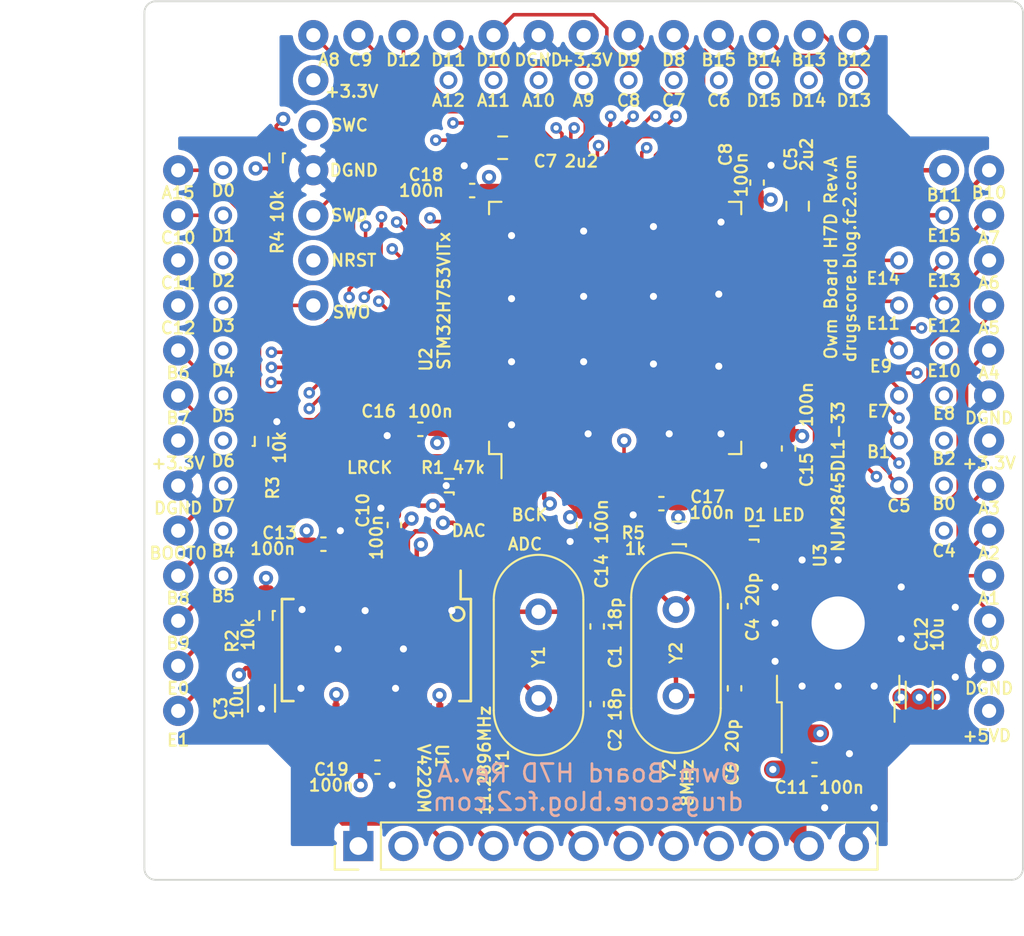
<source format=kicad_pcb>
(kicad_pcb (version 20171130) (host pcbnew "(5.1.2)-2")
  (layers (0 F.Cu signal) (1 In1.Cu signal) (2 In2.Cu signal) (31 B.Cu signal) (34 B.Paste user) (35 F.Paste user) (36 B.SilkS user) (37 F.SilkS user) (38 B.Mask user) (39 F.Mask user) (44 Edge.Cuts user))
  (net 0 "")
  (net 1 +5VD)
  (net 2 +3V3)
  (net 3 /RSTN)
  (net 4 "Net-(D1-Pad2)")
  (net 5 /LDAC-)
  (net 6 /LDAC+)
  (net 7 /RDAC+)
  (net 8 /RDAC-)
  (net 9 /LADC+)
  (net 10 /LADC-)
  (net 11 /RADC+)
  (net 12 /RADC-)
  (net 13 "Net-(J53-Pad1)")
  (net 14 /ADCDATA)
  (net 15 /LRCK)
  (net 16 /BCK)
  (net 17 /DACDATA)
  (net 18 GNDA)
  (net 19 "Net-(J7-Pad1)")
  (net 20 "Net-(J8-Pad1)")
  (net 21 "Net-(J9-Pad1)")
  (net 22 "Net-(J10-Pad1)")
  (net 23 "Net-(J11-Pad1)")
  (net 24 "Net-(J12-Pad1)")
  (net 25 "Net-(J13-Pad1)")
  (net 26 "Net-(J14-Pad1)")
  (net 27 "Net-(J16-Pad1)")
  (net 28 "Net-(J21-Pad1)")
  (net 29 "Net-(J22-Pad1)")
  (net 30 "Net-(J23-Pad1)")
  (net 31 "Net-(J24-Pad1)")
  (net 32 "Net-(J25-Pad1)")
  (net 33 "Net-(J26-Pad1)")
  (net 34 "Net-(J27-Pad1)")
  (net 35 "Net-(J28-Pad1)")
  (net 36 "Net-(J29-Pad1)")
  (net 37 "Net-(J30-Pad1)")
  (net 38 "Net-(J31-Pad1)")
  (net 39 "Net-(J32-Pad1)")
  (net 40 "Net-(J33-Pad1)")
  (net 41 "Net-(J34-Pad1)")
  (net 42 "Net-(J35-Pad1)")
  (net 43 "Net-(J36-Pad1)")
  (net 44 "Net-(J37-Pad1)")
  (net 45 "Net-(J38-Pad1)")
  (net 46 "Net-(J39-Pad1)")
  (net 47 "Net-(J40-Pad1)")
  (net 48 "Net-(J41-Pad1)")
  (net 49 "Net-(J42-Pad1)")
  (net 50 "Net-(J43-Pad1)")
  (net 51 "Net-(J44-Pad1)")
  (net 52 "Net-(J45-Pad1)")
  (net 53 "Net-(J47-Pad1)")
  (net 54 "Net-(J54-Pad1)")
  (net 55 "Net-(J55-Pad1)")
  (net 56 "Net-(C1-Pad1)")
  (net 57 "Net-(J2-Pad1)")
  (net 58 "Net-(C2-Pad1)")
  (net 59 "Net-(C4-Pad1)")
  (net 60 "Net-(C5-Pad1)")
  (net 61 "Net-(C6-Pad1)")
  (net 62 "Net-(C7-Pad1)")
  (net 63 "Net-(J3-Pad1)")
  (net 64 "Net-(J4-Pad1)")
  (net 65 "Net-(J5-Pad1)")
  (net 66 "Net-(J15-Pad1)")
  (net 67 "Net-(J17-Pad1)")
  (net 68 "Net-(J18-Pad1)")
  (net 69 "Net-(J19-Pad1)")
  (net 70 "Net-(J20-Pad1)")
  (net 71 "Net-(J46-Pad1)")
  (net 72 "Net-(J48-Pad1)")
  (net 73 "Net-(J49-Pad1)")
  (net 74 "Net-(J50-Pad1)")
  (net 75 "Net-(J51-Pad1)")
  (net 76 "Net-(J52-Pad1)")
  (net 77 "Net-(J56-Pad1)")
  (net 78 "Net-(J57-Pad1)")
  (net 79 "Net-(J58-Pad1)")
  (net 80 "Net-(J59-Pad1)")
  (net 81 "Net-(J60-Pad1)")
  (net 82 "Net-(J65-Pad1)")
  (net 83 "Net-(J66-Pad1)")
  (net 84 "Net-(J67-Pad1)")
  (net 85 "Net-(J68-Pad1)")
  (net 86 "Net-(J69-Pad1)")
  (net 87 "Net-(J70-Pad1)")
  (net 88 "Net-(J71-Pad1)")
  (net 89 "Net-(J72-Pad1)")
  (net 90 "Net-(J73-Pad1)")
  (net 91 "Net-(J77-Pad1)")
  (net 92 "Net-(J78-Pad1)")
  (net 93 "Net-(J79-Pad1)")
  (net 94 "Net-(R5-Pad2)")
  (net 95 /+5VA)
  (net 96 "Net-(U2-Pad17)")
  (net 97 "Net-(U2-Pad16)")
  (net 98 "Net-(U2-Pad15)")
  (net 99 "Net-(U2-Pad9)")
  (net 100 "Net-(U2-Pad8)")
  (net 101 "Net-(U2-Pad7)")
  (module Crystal:Crystal_HC49-U_Vertical (layer F.Cu) (at 142.367 123.825 270)
    (fp_text reference Y2 (at 9.017 0.381 90) (layer F.SilkS) (effects (font (size 0.67 0.67) (thickness 0.127))))
    (fp_text value 8MHz (at 9.779 -0.635 90) (layer F.SilkS) (effects (font (size 0.67 0.67) (thickness 0.127))))
    (fp_text user %R (at 2.44 0 90) (layer F.SilkS) (effects (font (size 0.67 0.67) (thickness 0.127))))
    (pad 1 thru_hole circle (at 0 0 270) (size 1.5 1.5) (drill 0.8) (layers *.Cu *.Mask) (net 59 "Net-(C4-Pad1)"))
    (pad 2 thru_hole circle (at 4.88 0 270) (size 1.5 1.5) (drill 0.8) (layers *.Cu *.Mask) (net 61 "Net-(C6-Pad1)"))
  )
  (module myFoot:my_SSOP-28_5.3x10.2mm_Pitch0.65mm (layer F.Cu) (at 125.476 126.111 270)
    (fp_text reference U1 (at 5.969 -3.683 270 unlocked) (layer F.SilkS) (effects (font (size 0.67 0.67) (thickness 0.127))))
    (fp_text value V4220M (at 7.239 -2.667 270 unlocked) (layer F.SilkS) (effects (font (size 0.67 0.67) (thickness 0.127))))
    (pad 28 smd rect (at 4 -4.225 270) (size 2 0.4) (layers F.Cu F.Paste F.Mask) (net 18 GNDA))
    (pad 27 smd rect (at 4 -3.575 270) (size 2 0.4) (layers F.Cu F.Paste F.Mask) (net 3 /RSTN))
    (pad 26 smd rect (at 4 -2.925 270) (size 2 0.4) (layers F.Cu F.Paste F.Mask) (net 5 /LDAC-))
    (pad 25 smd rect (at 4 -2.275 270) (size 2 0.4) (layers F.Cu F.Paste F.Mask) (net 6 /LDAC+))
    (pad 24 smd rect (at 4 -1.625 270) (size 2 0.4) (layers F.Cu F.Paste F.Mask) (net 7 /RDAC+))
    (pad 23 smd rect (at 4 -0.975 270) (size 2 0.4) (layers F.Cu F.Paste F.Mask) (net 8 /RDAC-))
    (pad 22 smd rect (at 4 -0.325 270) (size 2 0.4) (layers F.Cu F.Paste F.Mask) (net 18 GNDA))
    (pad 21 smd rect (at 4 0.325 270) (size 2 0.4) (layers F.Cu F.Paste F.Mask) (net 95 /+5VA))
    (pad 20 smd rect (at 4 0.975 270) (size 2 0.4) (layers F.Cu F.Paste F.Mask) (net 9 /LADC+))
    (pad 19 smd rect (at 4 1.625 270) (size 2 0.4) (layers F.Cu F.Paste F.Mask) (net 10 /LADC-))
    (pad 18 smd rect (at 4 2.275 270) (size 2 0.4) (layers F.Cu F.Paste F.Mask) (net 2 +3V3))
    (pad 17 smd rect (at 4 2.925 270) (size 2 0.4) (layers F.Cu F.Paste F.Mask) (net 11 /RADC+))
    (pad 16 smd rect (at 4 3.575 270) (size 2 0.4) (layers F.Cu F.Paste F.Mask) (net 12 /RADC-))
    (pad 15 smd rect (at 4 4.225 270) (size 2 0.4) (layers F.Cu F.Paste F.Mask) (net 18 GNDA))
    (pad 14 smd rect (at -4 4.225 270) (size 2 0.4) (layers F.Cu F.Paste F.Mask) (net 18 GNDA))
    (pad 13 smd rect (at -4 3.575 270) (size 2 0.4) (layers F.Cu F.Paste F.Mask) (net 2 +3V3))
    (pad 12 smd rect (at -4 2.925 270) (size 2 0.4) (layers F.Cu F.Paste F.Mask) (net 2 +3V3))
    (pad 11 smd rect (at -4 2.275 270) (size 2 0.4) (layers F.Cu F.Paste F.Mask) (net 18 GNDA))
    (pad 10 smd rect (at -4 1.625 270) (size 2 0.4) (layers F.Cu F.Paste F.Mask) (net 18 GNDA))
    (pad 9 smd rect (at -4 0.975 270) (size 2 0.4) (layers F.Cu F.Paste F.Mask) (net 17 /DACDATA))
    (pad 8 smd rect (at -4 0.325 270) (size 2 0.4) (layers F.Cu F.Paste F.Mask) (net 14 /ADCDATA))
    (pad 7 smd rect (at -4 -0.325 270) (size 2 0.4) (layers F.Cu F.Paste F.Mask) (net 18 GNDA))
    (pad 6 smd rect (at -4 -0.975 270) (size 2 0.4) (layers F.Cu F.Paste F.Mask) (net 1 +5VD))
    (pad 5 smd rect (at -4 -1.625 270) (size 2 0.4) (layers F.Cu F.Paste F.Mask) (net 16 /BCK))
    (pad 4 smd rect (at -4 -2.275 270) (size 2 0.4) (layers F.Cu F.Paste F.Mask) (net 15 /LRCK))
    (pad 3 smd rect (at -4 -2.925 270) (size 2 0.4) (layers F.Cu F.Paste F.Mask) (net 56 "Net-(C1-Pad1)"))
    (pad 2 smd rect (at -4 -3.575 270) (size 2 0.4) (layers F.Cu F.Paste F.Mask) (net 58 "Net-(C2-Pad1)"))
    (pad 1 smd rect (at -4 -4.225 270) (size 2 0.4) (layers F.Cu F.Paste F.Mask) (net 18 GNDA))
  )
  (module "myFoot:my_C_1608(0603)_HandSoldering" (layer F.Cu) (at 145.669 123.637 270)
    (fp_text reference C4 (at 1.331 -1.016 90) (layer F.SilkS) (effects (font (size 0.67 0.67) (thickness 0.127))))
    (fp_text value 20p (at -0.955 -1.016 90) (layer F.SilkS) (effects (font (size 0.67 0.67) (thickness 0.127))))
    (pad 2 smd roundrect (at 0.95 0 270) (size 1.2 0.75) (layers F.Cu F.Paste F.Mask) (net 18 GNDA))
    (pad 1 smd roundrect (at -0.95 0 270) (size 1.2 0.75) (layers F.Cu F.Paste F.Mask) (net 59 "Net-(C4-Pad1)"))
  )
  (module myFoot:my_SmallPad_0-8mmDrill (layer F.Cu) (at 114.3 106.68)
    (fp_text reference J73 hide)
    (fp_text value C12 (at 0 1.27) (layer F.SilkS) (effects (font (size 0.67 0.67) (thickness 0.127))))
    (pad 1 thru_hole circle (at 0 0) (size 1.7 1.7) (drill 0.8001) (layers *.Cu *.Mask) (net 90 "Net-(J73-Pad1)"))
  )
  (module myFoot:my_SmallPad_0-8mmDrill (layer F.Cu) (at 114.3 104.14)
    (fp_text reference J72 hide)
    (fp_text value C11 (at 0 1.27) (layer F.SilkS) (effects (font (size 0.67 0.67) (thickness 0.127))))
    (pad 1 thru_hole circle (at 0 0) (size 1.7 1.7) (drill 0.8001) (layers *.Cu *.Mask) (net 89 "Net-(J72-Pad1)"))
  )
  (module myFoot:my_SmallPad_0-8mmDrill (layer F.Cu) (at 114.3 101.6)
    (fp_text reference J71 hide)
    (fp_text value C10 (at 0 1.27) (layer F.SilkS) (effects (font (size 0.67 0.67) (thickness 0.127))))
    (pad 1 thru_hole circle (at 0 0) (size 1.7 1.7) (drill 0.8001) (layers *.Cu *.Mask) (net 88 "Net-(J71-Pad1)"))
  )
  (module myFoot:my_SmallPad_0-8mmDrill (layer F.Cu) (at 114.3 99.06)
    (fp_text reference J45 hide)
    (fp_text value A15 (at 0 1.27) (layer F.SilkS) (effects (font (size 0.67 0.67) (thickness 0.127))))
    (pad 1 thru_hole circle (at 0 0) (size 1.7 1.7) (drill 0.8001) (layers *.Cu *.Mask) (net 52 "Net-(J45-Pad1)"))
  )
  (module myFoot:my_SmallPad_0-8mmDrill (layer F.Cu) (at 114.3 124.46)
    (fp_text reference J54 hide)
    (fp_text value B9 (at 0 1.27) (layer F.SilkS) (effects (font (size 0.67 0.67) (thickness 0.127))))
    (pad 1 thru_hole circle (at 0 0) (size 1.7 1.7) (drill 0.8001) (layers *.Cu *.Mask) (net 54 "Net-(J54-Pad1)"))
  )
  (module myFoot:my_SmallPad_0-8mmDrill (layer F.Cu) (at 114.3 121.92)
    (fp_text reference J53 hide)
    (fp_text value B8 (at 0 1.27) (layer F.SilkS) (effects (font (size 0.67 0.67) (thickness 0.127))))
    (pad 1 thru_hole circle (at 0 0) (size 1.7 1.7) (drill 0.8001) (layers *.Cu *.Mask) (net 13 "Net-(J53-Pad1)"))
  )
  (module myFoot:my_SmallPad_0-8mmDrill (layer F.Cu) (at 114.3 111.76)
    (fp_text reference J52 hide)
    (fp_text value B7 (at 0 1.27) (layer F.SilkS) (effects (font (size 0.67 0.67) (thickness 0.127))))
    (pad 1 thru_hole circle (at 0 0) (size 1.7 1.7) (drill 0.8001) (layers *.Cu *.Mask) (net 76 "Net-(J52-Pad1)"))
  )
  (module myFoot:my_SmallPad_0-8mmDrill (layer F.Cu) (at 114.3 109.22)
    (fp_text reference J51 hide)
    (fp_text value B6 (at 0 1.27) (layer F.SilkS) (effects (font (size 0.67 0.67) (thickness 0.127))))
    (pad 1 thru_hole circle (at 0 0) (size 1.7 1.7) (drill 0.8001) (layers *.Cu *.Mask) (net 75 "Net-(J51-Pad1)"))
  )
  (module myFoot:my_SmallPad_0-8mmDrill (layer F.Cu) (at 114.3 129.54)
    (fp_text reference J5 hide)
    (fp_text value E1 (at 0 1.651) (layer F.SilkS) (effects (font (size 0.67 0.67) (thickness 0.127))))
    (pad 1 thru_hole circle (at 0 0) (size 1.7 1.7) (drill 0.8001) (layers *.Cu *.Mask) (net 65 "Net-(J5-Pad1)"))
  )
  (module myFoot:my_SmallPad_0-8mmDrill (layer F.Cu) (at 114.3 127)
    (fp_text reference J4 hide)
    (fp_text value E0 (at 0 1.27) (layer F.SilkS) (effects (font (size 0.67 0.67) (thickness 0.127))))
    (pad 1 thru_hole circle (at 0 0) (size 1.7 1.7) (drill 0.8001) (layers *.Cu *.Mask) (net 64 "Net-(J4-Pad1)"))
  )
  (module myFoot:my_SmallPad_0-8mmDrill (layer F.Cu) (at 124.46 91.44)
    (fp_text reference J70 hide)
    (fp_text value C9 (at 0.127 1.397) (layer F.SilkS) (effects (font (size 0.67 0.67) (thickness 0.127))))
    (pad 1 thru_hole circle (at 0 0) (size 1.7 1.7) (drill 0.8001) (layers *.Cu *.Mask) (net 87 "Net-(J70-Pad1)"))
  )
  (module myFoot:my_SmallPad_0-8mmDrill (layer F.Cu) (at 144.78 91.44)
    (fp_text reference J60 hide)
    (fp_text value B15 (at 0 1.397) (layer F.SilkS) (effects (font (size 0.67 0.67) (thickness 0.127))))
    (pad 1 thru_hole circle (at 0 0) (size 1.7 1.7) (drill 0.8001) (layers *.Cu *.Mask) (net 81 "Net-(J60-Pad1)"))
  )
  (module myFoot:my_SmallPad_0-8mmDrill (layer F.Cu) (at 147.32 91.44)
    (fp_text reference J59 hide)
    (fp_text value B14 (at 0 1.397) (layer F.SilkS) (effects (font (size 0.67 0.67) (thickness 0.127))))
    (pad 1 thru_hole circle (at 0 0) (size 1.7 1.7) (drill 0.8001) (layers *.Cu *.Mask) (net 80 "Net-(J59-Pad1)"))
  )
  (module myFoot:my_SmallPad_0-8mmDrill (layer F.Cu) (at 149.86 91.44)
    (fp_text reference J58 hide)
    (fp_text value B13 (at 0 1.397) (layer F.SilkS) (effects (font (size 0.67 0.67) (thickness 0.127))))
    (pad 1 thru_hole circle (at 0 0) (size 1.7 1.7) (drill 0.8001) (layers *.Cu *.Mask) (net 79 "Net-(J58-Pad1)"))
  )
  (module myFoot:my_SmallPad_0-8mmDrill (layer F.Cu) (at 152.4 91.44)
    (fp_text reference J57 hide)
    (fp_text value B12 (at 0 1.397) (layer F.SilkS) (effects (font (size 0.67 0.67) (thickness 0.127))))
    (pad 1 thru_hole circle (at 0 0) (size 1.7 1.7) (drill 0.8001) (layers *.Cu *.Mask) (net 78 "Net-(J57-Pad1)"))
  )
  (module myFoot:my_SmallPad_0-8mmDrill (layer F.Cu) (at 121.92 91.44)
    (fp_text reference J40 hide)
    (fp_text value A8 (at 0.889 1.397) (layer F.SilkS) (effects (font (size 0.67 0.67) (thickness 0.127))))
    (pad 1 thru_hole circle (at 0 0) (size 1.7 1.7) (drill 0.8001) (layers *.Cu *.Mask) (net 47 "Net-(J40-Pad1)"))
  )
  (module myFoot:my_SmallPad_0-8mmDrill (layer F.Cu) (at 127 91.44)
    (fp_text reference J28 hide)
    (fp_text value D12 (at 0 1.397) (layer F.SilkS) (effects (font (size 0.67 0.67) (thickness 0.127))))
    (pad 1 thru_hole circle (at 0 0) (size 1.7 1.7) (drill 0.8001) (layers *.Cu *.Mask) (net 35 "Net-(J28-Pad1)"))
  )
  (module myFoot:my_SmallPad_0-8mmDrill (layer F.Cu) (at 129.54 91.44)
    (fp_text reference J27 hide)
    (fp_text value D11 (at 0 1.397) (layer F.SilkS) (effects (font (size 0.67 0.67) (thickness 0.127))))
    (pad 1 thru_hole circle (at 0 0) (size 1.7 1.7) (drill 0.8001) (layers *.Cu *.Mask) (net 34 "Net-(J27-Pad1)"))
  )
  (module myFoot:my_SmallPad_0-8mmDrill (layer F.Cu) (at 132.08 91.44)
    (fp_text reference J26 hide)
    (fp_text value D10 (at 0 1.397) (layer F.SilkS) (effects (font (size 0.67 0.67) (thickness 0.127))))
    (pad 1 thru_hole circle (at 0 0) (size 1.7 1.7) (drill 0.8001) (layers *.Cu *.Mask) (net 33 "Net-(J26-Pad1)"))
  )
  (module myFoot:my_SmallPad_0-8mmDrill (layer F.Cu) (at 139.7 91.44)
    (fp_text reference J25 hide)
    (fp_text value D9 (at 0 1.397) (layer F.SilkS) (effects (font (size 0.67 0.67) (thickness 0.127))))
    (pad 1 thru_hole circle (at 0 0) (size 1.7 1.7) (drill 0.8001) (layers *.Cu *.Mask) (net 32 "Net-(J25-Pad1)"))
  )
  (module myFoot:my_SmallPad_0-8mmDrill (layer F.Cu) (at 142.24 91.44)
    (fp_text reference J24 hide)
    (fp_text value D8 (at 0 1.397) (layer F.SilkS) (effects (font (size 0.67 0.67) (thickness 0.127))))
    (pad 1 thru_hole circle (at 0 0) (size 1.7 1.7) (drill 0.8001) (layers *.Cu *.Mask) (net 31 "Net-(J24-Pad1)"))
  )
  (module myFoot:my_SmallestPad_0-6mmDrill (layer F.Cu) (at 154.94 104.14)
    (fp_text reference J14 hide)
    (fp_text value E14 (at -0.889 1.016) (layer F.SilkS) (effects (font (size 0.67 0.67) (thickness 0.127))))
    (pad 1 thru_hole circle (at 0 0) (size 1 1) (drill 0.6) (layers *.Cu *.Mask) (net 26 "Net-(J14-Pad1)"))
  )
  (module myFoot:my_SmallestPad_0-6mmDrill (layer F.Cu) (at 157.48 104.14)
    (fp_text reference J13 hide)
    (fp_text value E13 (at 0 1.143) (layer F.SilkS) (effects (font (size 0.67 0.67) (thickness 0.127))))
    (pad 1 thru_hole circle (at 0 0) (size 1 1) (drill 0.6) (layers *.Cu *.Mask) (net 25 "Net-(J13-Pad1)"))
  )
  (module myFoot:my_SmallestPad_0-6mmDrill (layer F.Cu) (at 157.48 106.68)
    (fp_text reference J12 hide)
    (fp_text value E12 (at 0 1.143) (layer F.SilkS) (effects (font (size 0.67 0.67) (thickness 0.127))))
    (pad 1 thru_hole circle (at 0 0) (size 1 1) (drill 0.6) (layers *.Cu *.Mask) (net 24 "Net-(J12-Pad1)"))
  )
  (module myFoot:my_SmallestPad_0-6mmDrill (layer F.Cu) (at 154.94 106.68)
    (fp_text reference J11 hide)
    (fp_text value E11 (at -0.889 1.016) (layer F.SilkS) (effects (font (size 0.67 0.67) (thickness 0.127))))
    (pad 1 thru_hole circle (at 0 0) (size 1 1) (drill 0.6) (layers *.Cu *.Mask) (net 23 "Net-(J11-Pad1)"))
  )
  (module myFoot:my_SmallPad_0-8mmDrill (layer F.Cu) (at 160.02 127)
    (fp_text reference J6 hide)
    (fp_text value DGND (at 0 1.27) (layer F.SilkS) (effects (font (size 0.67 0.67) (thickness 0.127))))
    (pad 1 thru_hole circle (at 0 0) (size 1.7 1.7) (drill 0.8001) (layers *.Cu *.Mask) (net 18 GNDA))
  )
  (module myFoot:my_SmallPad_0-8mmDrill (layer F.Cu) (at 157.48 99.06)
    (fp_text reference J56 hide)
    (fp_text value B11 (at 0 1.397) (layer F.SilkS) (effects (font (size 0.67 0.67) (thickness 0.127))))
    (pad 1 thru_hole circle (at 0 0) (size 1.7 1.7) (drill 0.8001) (layers *.Cu *.Mask) (net 77 "Net-(J56-Pad1)"))
  )
  (module myFoot:my_SmallPad_0-8mmDrill (layer F.Cu) (at 160.02 99.06)
    (fp_text reference J55 hide)
    (fp_text value B10 (at 0 1.27) (layer F.SilkS) (effects (font (size 0.67 0.67) (thickness 0.127))))
    (pad 1 thru_hole circle (at 0 0) (size 1.7 1.7) (drill 0.8001) (layers *.Cu *.Mask) (net 55 "Net-(J55-Pad1)"))
  )
  (module myFoot:my_SmallPad_0-8mmDrill (layer F.Cu) (at 160.02 101.6)
    (fp_text reference J39 hide)
    (fp_text value A7 (at 0 1.27) (layer F.SilkS) (effects (font (size 0.67 0.67) (thickness 0.127))))
    (pad 1 thru_hole circle (at 0 0) (size 1.7 1.7) (drill 0.8001) (layers *.Cu *.Mask) (net 46 "Net-(J39-Pad1)"))
  )
  (module myFoot:my_SmallPad_0-8mmDrill (layer F.Cu) (at 160.02 104.14)
    (fp_text reference J38 hide)
    (fp_text value A6 (at 0 1.27) (layer F.SilkS) (effects (font (size 0.67 0.67) (thickness 0.127))))
    (pad 1 thru_hole circle (at 0 0) (size 1.7 1.7) (drill 0.8001) (layers *.Cu *.Mask) (net 45 "Net-(J38-Pad1)"))
  )
  (module myFoot:my_SmallPad_0-8mmDrill (layer F.Cu) (at 160.02 106.68)
    (fp_text reference J37 hide)
    (fp_text value A5 (at 0 1.27) (layer F.SilkS) (effects (font (size 0.67 0.67) (thickness 0.127))))
    (pad 1 thru_hole circle (at 0 0) (size 1.7 1.7) (drill 0.8001) (layers *.Cu *.Mask) (net 44 "Net-(J37-Pad1)"))
  )
  (module myFoot:my_SmallPad_0-8mmDrill (layer F.Cu) (at 160.02 109.22)
    (fp_text reference J36 hide)
    (fp_text value A4 (at 0 1.27) (layer F.SilkS) (effects (font (size 0.67 0.67) (thickness 0.127))))
    (pad 1 thru_hole circle (at 0 0) (size 1.7 1.7) (drill 0.8001) (layers *.Cu *.Mask) (net 43 "Net-(J36-Pad1)"))
  )
  (module myFoot:my_SmallPad_0-8mmDrill (layer F.Cu) (at 160.02 116.84)
    (fp_text reference J35 hide)
    (fp_text value A3 (at 0 1.27) (layer F.SilkS) (effects (font (size 0.67 0.67) (thickness 0.127))))
    (pad 1 thru_hole circle (at 0 0) (size 1.7 1.7) (drill 0.8001) (layers *.Cu *.Mask) (net 42 "Net-(J35-Pad1)"))
  )
  (module myFoot:my_SmallPad_0-8mmDrill (layer F.Cu) (at 160.02 119.38)
    (fp_text reference J34 hide)
    (fp_text value A2 (at 0 1.27) (layer F.SilkS) (effects (font (size 0.67 0.67) (thickness 0.127))))
    (pad 1 thru_hole circle (at 0 0) (size 1.7 1.7) (drill 0.8001) (layers *.Cu *.Mask) (net 41 "Net-(J34-Pad1)"))
  )
  (module myFoot:my_SmallPad_0-8mmDrill (layer F.Cu) (at 160.02 121.92)
    (fp_text reference J33 hide)
    (fp_text value A1 (at 0 1.27) (layer F.SilkS) (effects (font (size 0.67 0.67) (thickness 0.127))))
    (pad 1 thru_hole circle (at 0 0) (size 1.7 1.7) (drill 0.8001) (layers *.Cu *.Mask) (net 40 "Net-(J33-Pad1)"))
  )
  (module myFoot:my_SmallPad_0-8mmDrill (layer F.Cu) (at 160.02 124.46)
    (fp_text reference J32 hide)
    (fp_text value A0 (at 0 1.27) (layer F.SilkS) (effects (font (size 0.67 0.67) (thickness 0.127))))
    (pad 1 thru_hole circle (at 0 0) (size 1.7 1.7) (drill 0.8001) (layers *.Cu *.Mask) (net 39 "Net-(J32-Pad1)"))
  )
  (module MountingHole:MountingHole_3.2mm_M3 (layer F.Cu) (at 157.48 134.62)
    (fp_text reference REF** hide)
    (fp_text value m hide)
    (pad 1 np_thru_hole circle (at 0 0) (size 3.2 3.2) (drill 3.2) (layers *.Cu *.Mask))
  )
  (module MountingHole:MountingHole_3.2mm_M3 (layer F.Cu) (at 116.84 134.62)
    (fp_text reference REF** hide)
    (fp_text value m hide)
    (pad 1 np_thru_hole circle (at 0 0) (size 3.2 3.2) (drill 3.2) (layers *.Cu *.Mask))
  )
  (module MountingHole:MountingHole_3.2mm_M3 (layer F.Cu) (at 157.48 93.98)
    (fp_text reference REF** hide)
    (fp_text value m hide)
    (pad 1 np_thru_hole circle (at 0 0) (size 3.2 3.2) (drill 3.2) (layers *.Cu *.Mask))
  )
  (module MountingHole:MountingHole_3.2mm_M3 (layer F.Cu) (at 116.84 93.98)
    (fp_text reference REF** hide)
    (fp_text value m hide)
    (pad 1 np_thru_hole circle (at 0 0) (size 3.2 3.2) (drill 3.2) (layers *.Cu *.Mask))
  )
  (module "myFoot:my_R_1608(0603)_HandSoldering" (layer F.Cu) (at 129.583 116.84 180)
    (fp_text reference R1 (at 0.932 1.016) (layer F.SilkS) (effects (font (size 0.67 0.67) (thickness 0.127))))
    (fp_text value 47k (at -1.1 1.016) (layer F.SilkS) (effects (font (size 0.67 0.67) (thickness 0.127))))
    (pad 2 smd roundrect (at 1.1 0 180) (size 1.2 0.9) (layers F.Cu F.Paste F.Mask) (net 18 GNDA))
    (pad 1 smd roundrect (at -1.1 0 180) (size 1.2 0.9) (layers F.Cu F.Paste F.Mask) (net 14 /ADCDATA))
  )
  (module "myFoot:my_R_1608(0603)_HandSoldering" (layer F.Cu) (at 119.253 124.163 270)
    (fp_text reference R2 (at 1.44 1.905 90) (layer F.SilkS) (effects (font (size 0.67 0.67) (thickness 0.127))))
    (fp_text value 10k (at 1.059 1.016 90) (layer F.SilkS) (effects (font (size 0.67 0.67) (thickness 0.127))))
    (pad 2 smd roundrect (at 1.1 0 270) (size 1.2 0.9) (layers F.Cu F.Paste F.Mask) (net 3 /RSTN))
    (pad 1 smd roundrect (at -1.1 0 270) (size 1.2 0.9) (layers F.Cu F.Paste F.Mask) (net 2 +3V3))
  )
  (module "myFoot:my_R_1608(0603)_HandSoldering" (layer F.Cu) (at 118.999 114.343 90)
    (fp_text reference R3 (at -2.624 0.635 90) (layer F.SilkS) (effects (font (size 0.67 0.67) (thickness 0.127))))
    (fp_text value 10k (at -0.338 1.016 90) (layer F.SilkS) (effects (font (size 0.67 0.67) (thickness 0.127))))
    (pad 2 smd roundrect (at 1.1 0 90) (size 1.2 0.9) (layers F.Cu F.Paste F.Mask) (net 18 GNDA))
    (pad 1 smd roundrect (at -1.1 0 90) (size 1.2 0.9) (layers F.Cu F.Paste F.Mask) (net 57 "Net-(J2-Pad1)"))
  )
  (module "myFoot:my_R_1608(0603)_HandSoldering" (layer F.Cu) (at 119.8245 98.3615 270)
    (fp_text reference R4 (at 4.7625 -0.0635 90) (layer F.SilkS) (effects (font (size 0.67 0.67) (thickness 0.127))))
    (fp_text value 10k (at 2.7305 -0.0635 90) (layer F.SilkS) (effects (font (size 0.67 0.67) (thickness 0.127))))
    (pad 2 smd roundrect (at 1.1 0 270) (size 1.2 0.9) (layers F.Cu F.Paste F.Mask) (net 63 "Net-(J3-Pad1)"))
    (pad 1 smd roundrect (at -1.1 0 270) (size 1.2 0.9) (layers F.Cu F.Paste F.Mask) (net 2 +3V3))
  )
  (module "myFoot:my_R_1608(0603)_HandSoldering" (layer F.Cu) (at 146.769 119.507 180)
    (fp_text reference D1 (at -0.043 1.016) (layer F.SilkS) (effects (font (size 0.67 0.67) (thickness 0.127))))
    (fp_text value LED (at -1.948 1.016) (layer F.SilkS) (effects (font (size 0.67 0.67) (thickness 0.127))))
    (pad 2 smd roundrect (at 1.1 0 180) (size 1.2 0.9) (layers F.Cu F.Paste F.Mask) (net 4 "Net-(D1-Pad2)"))
    (pad 1 smd roundrect (at -1.1 0 180) (size 1.2 0.9) (layers F.Cu F.Paste F.Mask) (net 18 GNDA))
  )
  (module "myFoot:my_C_3216(1206)_HandSoldering" (layer F.Cu) (at 156.083 128.651 90)
    (fp_text reference C12 (at 3.429 0.127 90) (layer F.SilkS) (effects (font (size 0.67 0.67) (thickness 0.127))))
    (fp_text value 10u (at 3.429 1.016 90) (layer F.SilkS) (effects (font (size 0.67 0.67) (thickness 0.127))))
    (pad 2 smd roundrect (at 1.7 0 90) (size 1.4 1.6) (layers F.Cu F.Paste F.Mask) (net 18 GNDA))
    (pad 1 smd roundrect (at -1.7 0 90) (size 1.4 1.6) (layers F.Cu F.Paste F.Mask) (net 2 +3V3))
  )
  (module "myFoot:my_C_3216(1206)_HandSoldering" (layer F.Cu) (at 118.999 128.827 270)
    (fp_text reference C3 (at 0.586 2.286 90) (layer F.SilkS) (effects (font (size 0.67 0.67) (thickness 0.127))))
    (fp_text value 10u (at 0.205 1.397 90) (layer F.SilkS) (effects (font (size 0.67 0.67) (thickness 0.127))))
    (pad 2 smd roundrect (at 1.7 0 270) (size 1.4 1.6) (layers F.Cu F.Paste F.Mask) (net 18 GNDA))
    (pad 1 smd roundrect (at -1.7 0 270) (size 1.4 1.6) (layers F.Cu F.Paste F.Mask) (net 3 /RSTN))
  )
  (module "myFoot:my_R_2012(0805)_HandSoldering" (layer F.Cu) (at 142.551 119.507 180)
    (fp_text reference R5 (at 2.597 0) (layer F.SilkS) (effects (font (size 0.67 0.67) (thickness 0.127))))
    (fp_text value 1k (at 2.47 -0.889) (layer F.SilkS) (effects (font (size 0.67 0.67) (thickness 0.127))))
    (pad 2 smd roundrect (at 1.2 0 180) (size 1.2 1.3) (layers F.Cu F.Paste F.Mask) (net 94 "Net-(R5-Pad2)"))
    (pad 1 smd roundrect (at -1.2 0 180) (size 1.2 1.3) (layers F.Cu F.Paste F.Mask) (net 4 "Net-(D1-Pad2)"))
  )
  (module "myFoot:my_C_1608(0603)_HandSoldering" (layer F.Cu) (at 146.939 99.756 90)
    (fp_text reference C8 (at 1.585 -1.778 90) (layer F.SilkS) (effects (font (size 0.67 0.67) (thickness 0.127))))
    (fp_text value 100n (at 0.442 -0.889 90) (layer F.SilkS) (effects (font (size 0.67 0.67) (thickness 0.127))))
    (pad 2 smd roundrect (at 0.95 0 90) (size 1.2 0.75) (layers F.Cu F.Paste F.Mask) (net 18 GNDA))
    (pad 1 smd roundrect (at -0.95 0 90) (size 1.2 0.75) (layers F.Cu F.Paste F.Mask) (net 2 +3V3))
  )
  (module "myFoot:my_C_1608(0603)_HandSoldering" (layer F.Cu) (at 137.922 124.78 270)
    (fp_text reference C1 (at 1.712 -1.016 90) (layer F.SilkS) (effects (font (size 0.67 0.67) (thickness 0.127))))
    (fp_text value 18p (at -0.701 -1.016 90) (layer F.SilkS) (effects (font (size 0.67 0.67) (thickness 0.127))))
    (pad 2 smd roundrect (at 0.95 0 270) (size 1.2 0.75) (layers F.Cu F.Paste F.Mask) (net 18 GNDA))
    (pad 1 smd roundrect (at -0.95 0 270) (size 1.2 0.75) (layers F.Cu F.Paste F.Mask) (net 56 "Net-(C1-Pad1)"))
  )
  (module "myFoot:my_C_1608(0603)_HandSoldering" (layer F.Cu) (at 137.922 129.159 90)
    (fp_text reference C2 (at -2.032 1.016 90) (layer F.SilkS) (effects (font (size 0.67 0.67) (thickness 0.127))))
    (fp_text value 18p (at 0 1.016 90) (layer F.SilkS) (effects (font (size 0.67 0.67) (thickness 0.127))))
    (pad 2 smd roundrect (at 0.95 0 90) (size 1.2 0.75) (layers F.Cu F.Paste F.Mask) (net 18 GNDA))
    (pad 1 smd roundrect (at -0.95 0 90) (size 1.2 0.75) (layers F.Cu F.Paste F.Mask) (net 58 "Net-(C2-Pad1)"))
  )
  (module "myFoot:my_C_1608(0603)_HandSoldering" (layer F.Cu) (at 145.669 128.27 90)
    (fp_text reference C6 (at -4.826 -0.127 90) (layer F.SilkS) (effects (font (size 0.67 0.67) (thickness 0.127))))
    (fp_text value 20p (at -2.667 -0.127 90) (layer F.SilkS) (effects (font (size 0.67 0.67) (thickness 0.127))))
    (pad 2 smd roundrect (at 0.95 0 90) (size 1.2 0.75) (layers F.Cu F.Paste F.Mask) (net 18 GNDA))
    (pad 1 smd roundrect (at -0.95 0 90) (size 1.2 0.75) (layers F.Cu F.Paste F.Mask) (net 61 "Net-(C6-Pad1)"))
  )
  (module "myFoot:my_C_1608(0603)_HandSoldering" (layer F.Cu) (at 150.175 132.842)
    (fp_text reference C11 (at -1.27 1.016) (layer F.SilkS) (effects (font (size 0.67 0.67) (thickness 0.127))))
    (fp_text value 100n (at 1.524 1.016) (layer F.SilkS) (effects (font (size 0.67 0.67) (thickness 0.127))))
    (pad 2 smd roundrect (at 0.95 0) (size 1.2 0.75) (layers F.Cu F.Paste F.Mask) (net 18 GNDA))
    (pad 1 smd roundrect (at -0.95 0) (size 1.2 0.75) (layers F.Cu F.Paste F.Mask) (net 1 +5VD))
  )
  (module "myFoot:my_C_1608(0603)_HandSoldering" (layer F.Cu) (at 126.492 119.06 90)
    (fp_text reference C10 (at 0.823 -1.778 90) (layer F.SilkS) (effects (font (size 0.67 0.67) (thickness 0.127))))
    (fp_text value 100n (at -0.701 -1.016 90) (layer F.SilkS) (effects (font (size 0.67 0.67) (thickness 0.127))))
    (pad 2 smd roundrect (at 0.95 0 90) (size 1.2 0.75) (layers F.Cu F.Paste F.Mask) (net 18 GNDA))
    (pad 1 smd roundrect (at -0.95 0 90) (size 1.2 0.75) (layers F.Cu F.Paste F.Mask) (net 1 +5VD))
  )
  (module "myFoot:my_C_1608(0603)_HandSoldering" (layer F.Cu) (at 122.489 120.142)
    (fp_text reference C13 (at -2.474 -0.635) (layer F.SilkS) (effects (font (size 0.67 0.67) (thickness 0.127))))
    (fp_text value 100n (at -2.855 0.254) (layer F.SilkS) (effects (font (size 0.67 0.67) (thickness 0.127))))
    (pad 2 smd roundrect (at 0.95 0) (size 1.2 0.75) (layers F.Cu F.Paste F.Mask) (net 18 GNDA))
    (pad 1 smd roundrect (at -0.95 0) (size 1.2 0.75) (layers F.Cu F.Paste F.Mask) (net 2 +3V3))
  )
  (module "myFoot:my_C_1608(0603)_HandSoldering" (layer F.Cu) (at 137.16 119.06 270)
    (fp_text reference C14 (at 2.606 -1.016 90) (layer F.SilkS) (effects (font (size 0.67 0.67) (thickness 0.127))))
    (fp_text value 100n (at -0.188 -1.016 90) (layer F.SilkS) (effects (font (size 0.67 0.67) (thickness 0.127))))
    (pad 2 smd roundrect (at 0.95 0 270) (size 1.2 0.75) (layers F.Cu F.Paste F.Mask) (net 18 GNDA))
    (pad 1 smd roundrect (at -0.95 0 270) (size 1.2 0.75) (layers F.Cu F.Paste F.Mask) (net 2 +3V3))
  )
  (module "myFoot:my_C_1608(0603)_HandSoldering" (layer F.Cu) (at 148.717 114.747 270)
    (fp_text reference C15 (at 1.204 -1.016 90) (layer F.SilkS) (effects (font (size 0.67 0.67) (thickness 0.127))))
    (fp_text value 100n (at -2.479 -1.016 90) (layer F.SilkS) (effects (font (size 0.67 0.67) (thickness 0.127))))
    (pad 2 smd roundrect (at 0.95 0 270) (size 1.2 0.75) (layers F.Cu F.Paste F.Mask) (net 18 GNDA))
    (pad 1 smd roundrect (at -0.95 0 270) (size 1.2 0.75) (layers F.Cu F.Paste F.Mask) (net 2 +3V3))
  )
  (module "myFoot:my_C_1608(0603)_HandSoldering" (layer F.Cu) (at 127.955 113.665 180)
    (fp_text reference C16 (at 2.352 1.016) (layer F.SilkS) (effects (font (size 0.67 0.67) (thickness 0.127))))
    (fp_text value 100n (at -0.569 1.016) (layer F.SilkS) (effects (font (size 0.67 0.67) (thickness 0.127))))
    (pad 2 smd roundrect (at 0.95 0 180) (size 1.2 0.75) (layers F.Cu F.Paste F.Mask) (net 18 GNDA))
    (pad 1 smd roundrect (at -0.95 0 180) (size 1.2 0.75) (layers F.Cu F.Paste F.Mask) (net 2 +3V3))
  )
  (module "myFoot:my_C_1608(0603)_HandSoldering" (layer F.Cu) (at 141.544 117.856 180)
    (fp_text reference C17 (at -2.601 0.381) (layer F.SilkS) (effects (font (size 0.67 0.67) (thickness 0.127))))
    (fp_text value 100n (at -2.855 -0.508) (layer F.SilkS) (effects (font (size 0.67 0.67) (thickness 0.127))))
    (pad 2 smd roundrect (at 0.95 0 180) (size 1.2 0.75) (layers F.Cu F.Paste F.Mask) (net 18 GNDA))
    (pad 1 smd roundrect (at -0.95 0 180) (size 1.2 0.75) (layers F.Cu F.Paste F.Mask) (net 2 +3V3))
  )
  (module "myFoot:my_C_1608(0603)_HandSoldering" (layer F.Cu) (at 130.876 100.203 180)
    (fp_text reference C18 (at 2.606 0.889) (layer F.SilkS) (effects (font (size 0.67 0.67) (thickness 0.127))))
    (fp_text value 100n (at 2.86 0) (layer F.SilkS) (effects (font (size 0.67 0.67) (thickness 0.127))))
    (pad 2 smd roundrect (at 0.95 0 180) (size 1.2 0.75) (layers F.Cu F.Paste F.Mask) (net 18 GNDA))
    (pad 1 smd roundrect (at -0.95 0 180) (size 1.2 0.75) (layers F.Cu F.Paste F.Mask) (net 2 +3V3))
  )
  (module "myFoot:my_C_2012(0805)_HandSoldering" (layer F.Cu) (at 149.225 101.085 90)
    (fp_text reference C5 (at 2.66 -0.381 90) (layer F.SilkS) (effects (font (size 0.67 0.67) (thickness 0.127))))
    (fp_text value 2u2 (at 2.914 0.508 90) (layer F.SilkS) (effects (font (size 0.67 0.67) (thickness 0.127))))
    (pad 2 smd roundrect (at 1.15 0 90) (size 1.3 1.25) (layers F.Cu F.Paste F.Mask) (net 18 GNDA))
    (pad 1 smd roundrect (at -1.15 0 90) (size 1.3 1.25) (layers F.Cu F.Paste F.Mask) (net 60 "Net-(C5-Pad1)"))
  )
  (module "myFoot:my_C_2012(0805)_HandSoldering" (layer F.Cu) (at 132.595 97.79 180)
    (fp_text reference C7 (at -2.406 -0.762) (layer F.SilkS) (effects (font (size 0.67 0.67) (thickness 0.127))))
    (fp_text value 2u2 (at -4.438 -0.762) (layer F.SilkS) (effects (font (size 0.67 0.67) (thickness 0.127))))
    (pad 2 smd roundrect (at 1.15 0 180) (size 1.3 1.25) (layers F.Cu F.Paste F.Mask) (net 18 GNDA))
    (pad 1 smd roundrect (at -1.15 0 180) (size 1.3 1.25) (layers F.Cu F.Paste F.Mask) (net 62 "Net-(C7-Pad1)"))
  )
  (module myFoot:my_SmallPad_0-8mmDrill (layer F.Cu) (at 121.92 99.06)
    (fp_text reference J87 hide)
    (fp_text value DGND (at 2.286 0) (layer F.SilkS) (effects (font (size 0.67 0.67) (thickness 0.127))))
    (pad 1 thru_hole circle (at 0 0) (size 1.7 1.7) (drill 0.8001) (layers *.Cu *.Mask) (net 18 GNDA))
  )
  (module myFoot:my_SmallPad_0-8mmDrill (layer F.Cu) (at 134.62 91.44)
    (fp_text reference J86 hide)
    (fp_text value DGND (at 0 1.397) (layer F.SilkS) (effects (font (size 0.67 0.67) (thickness 0.127))))
    (pad 1 thru_hole circle (at 0 0) (size 1.7 1.7) (drill 0.8001) (layers *.Cu *.Mask) (net 18 GNDA))
  )
  (module myFoot:my_SmallPad_0-8mmDrill (layer F.Cu) (at 121.92 93.98)
    (fp_text reference J83 hide)
    (fp_text value +3.3V (at 2.159 0.635) (layer F.SilkS) (effects (font (size 0.67 0.67) (thickness 0.127))))
    (pad 1 thru_hole circle (at 0 0) (size 1.7 1.7) (drill 0.8001) (layers *.Cu *.Mask) (net 2 +3V3))
  )
  (module myFoot:my_SmallPad_0-8mmDrill (layer F.Cu) (at 137.16 91.44)
    (fp_text reference J82 hide)
    (fp_text value +3,3V (at 0.127 1.397) (layer F.SilkS) (effects (font (size 0.67 0.67) (thickness 0.127))))
    (pad 1 thru_hole circle (at 0 0) (size 1.7 1.7) (drill 0.8001) (layers *.Cu *.Mask) (net 2 +3V3))
  )
  (module myFoot:my_SmallPad_0-8mmDrill (layer F.Cu) (at 114.3 114.3)
    (fp_text reference J81 hide)
    (fp_text value +3.3V (at 0 1.27) (layer F.SilkS) (effects (font (size 0.67 0.67) (thickness 0.127))))
    (pad 1 thru_hole circle (at 0 0) (size 1.7 1.7) (drill 0.8001) (layers *.Cu *.Mask) (net 2 +3V3))
  )
  (module myFoot:my_SmallestPad_0-6mmDrill (layer F.Cu) (at 139.7 93.98)
    (fp_text reference J69 hide)
    (fp_text value C8 (at 0 1.143) (layer F.SilkS) (effects (font (size 0.67 0.67) (thickness 0.127))))
    (pad 1 thru_hole circle (at 0 0) (size 1 1) (drill 0.6) (layers *.Cu *.Mask) (net 86 "Net-(J69-Pad1)"))
  )
  (module myFoot:my_SmallestPad_0-6mmDrill (layer F.Cu) (at 142.24 93.98)
    (fp_text reference J68 hide)
    (fp_text value C7 (at 0 1.143) (layer F.SilkS) (effects (font (size 0.67 0.67) (thickness 0.127))))
    (pad 1 thru_hole circle (at 0 0) (size 1 1) (drill 0.6) (layers *.Cu *.Mask) (net 85 "Net-(J68-Pad1)"))
  )
  (module myFoot:my_SmallestPad_0-6mmDrill (layer F.Cu) (at 144.78 93.98)
    (fp_text reference J67 hide)
    (fp_text value C6 (at 0 1.143) (layer F.SilkS) (effects (font (size 0.67 0.67) (thickness 0.127))))
    (pad 1 thru_hole circle (at 0 0) (size 1 1) (drill 0.6) (layers *.Cu *.Mask) (net 84 "Net-(J67-Pad1)"))
  )
  (module myFoot:my_SmallestPad_0-6mmDrill (layer F.Cu) (at 154.94 116.84)
    (fp_text reference J66 hide)
    (fp_text value C5 (at 0 1.143) (layer F.SilkS) (effects (font (size 0.67 0.67) (thickness 0.127))))
    (pad 1 thru_hole circle (at 0 0) (size 1 1) (drill 0.6) (layers *.Cu *.Mask) (net 83 "Net-(J66-Pad1)"))
  )
  (module myFoot:my_SmallestPad_0-6mmDrill (layer F.Cu) (at 157.48 119.38)
    (fp_text reference J65 hide)
    (fp_text value C4 (at 0 1.143) (layer F.SilkS) (effects (font (size 0.67 0.67) (thickness 0.127))))
    (pad 1 thru_hole circle (at 0 0) (size 1 1) (drill 0.6) (layers *.Cu *.Mask) (net 82 "Net-(J65-Pad1)"))
  )
  (module myFoot:my_SmallestPad_0-6mmDrill (layer F.Cu) (at 116.84 121.92)
    (fp_text reference J50 hide)
    (fp_text value B5 (at 0 1.143) (layer F.SilkS) (effects (font (size 0.67 0.67) (thickness 0.127))))
    (pad 1 thru_hole circle (at 0 0) (size 1 1) (drill 0.6) (layers *.Cu *.Mask) (net 74 "Net-(J50-Pad1)"))
  )
  (module myFoot:my_SmallestPad_0-6mmDrill (layer F.Cu) (at 116.84 119.38)
    (fp_text reference J49 hide)
    (fp_text value B4 (at 0 1.143) (layer F.SilkS) (effects (font (size 0.67 0.67) (thickness 0.127))))
    (pad 1 thru_hole circle (at 0 0) (size 1 1) (drill 0.6) (layers *.Cu *.Mask) (net 73 "Net-(J49-Pad1)"))
  )
  (module myFoot:my_SmallestPad_0-6mmDrill (layer F.Cu) (at 157.48 114.3)
    (fp_text reference J48 hide)
    (fp_text value B2 (at 0 1.016) (layer F.SilkS) (effects (font (size 0.67 0.67) (thickness 0.127))))
    (pad 1 thru_hole circle (at 0 0) (size 1 1) (drill 0.6) (layers *.Cu *.Mask) (net 72 "Net-(J48-Pad1)"))
  )
  (module myFoot:my_SmallestPad_0-6mmDrill (layer F.Cu) (at 154.94 114.3)
    (fp_text reference J47 hide)
    (fp_text value B1 (at -1.143 0.635) (layer F.SilkS) (effects (font (size 0.67 0.67) (thickness 0.127))))
    (pad 1 thru_hole circle (at 0 0) (size 1 1) (drill 0.6) (layers *.Cu *.Mask) (net 53 "Net-(J47-Pad1)"))
  )
  (module myFoot:my_SmallestPad_0-6mmDrill (layer F.Cu) (at 157.48 116.84)
    (fp_text reference J46 hide)
    (fp_text value B0 (at 0 1.016) (layer F.SilkS) (effects (font (size 0.67 0.67) (thickness 0.127))))
    (pad 1 thru_hole circle (at 0 0) (size 1 1) (drill 0.6) (layers *.Cu *.Mask) (net 71 "Net-(J46-Pad1)"))
  )
  (module myFoot:my_SmallestPad_0-6mmDrill (layer F.Cu) (at 129.54 93.98)
    (fp_text reference J44 hide)
    (fp_text value A12 (at 0 1.143) (layer F.SilkS) (effects (font (size 0.67 0.67) (thickness 0.127))))
    (pad 1 thru_hole circle (at 0 0) (size 1 1) (drill 0.6) (layers *.Cu *.Mask) (net 51 "Net-(J44-Pad1)"))
  )
  (module myFoot:my_SmallestPad_0-6mmDrill (layer F.Cu) (at 132.08 93.98)
    (fp_text reference J43 hide)
    (fp_text value A11 (at 0 1.143) (layer F.SilkS) (effects (font (size 0.67 0.67) (thickness 0.127))))
    (pad 1 thru_hole circle (at 0 0) (size 1 1) (drill 0.6) (layers *.Cu *.Mask) (net 50 "Net-(J43-Pad1)"))
  )
  (module myFoot:my_SmallestPad_0-6mmDrill (layer F.Cu) (at 134.62 93.98)
    (fp_text reference J42 hide)
    (fp_text value A10 (at 0 1.143) (layer F.SilkS) (effects (font (size 0.67 0.67) (thickness 0.127))))
    (pad 1 thru_hole circle (at 0 0) (size 1 1) (drill 0.6) (layers *.Cu *.Mask) (net 49 "Net-(J42-Pad1)"))
  )
  (module myFoot:my_SmallestPad_0-6mmDrill (layer F.Cu) (at 137.16 93.98)
    (fp_text reference J41 hide)
    (fp_text value A9 (at 0 1.143) (layer F.SilkS) (effects (font (size 0.67 0.67) (thickness 0.127))))
    (pad 1 thru_hole circle (at 0 0) (size 1 1) (drill 0.6) (layers *.Cu *.Mask) (net 48 "Net-(J41-Pad1)"))
  )
  (module myFoot:my_SmallestPad_0-6mmDrill (layer F.Cu) (at 147.32 93.98)
    (fp_text reference J31 hide)
    (fp_text value D15 (at 0 1.143) (layer F.SilkS) (effects (font (size 0.67 0.67) (thickness 0.127))))
    (pad 1 thru_hole circle (at 0 0) (size 1 1) (drill 0.6) (layers *.Cu *.Mask) (net 38 "Net-(J31-Pad1)"))
  )
  (module myFoot:my_SmallestPad_0-6mmDrill (layer F.Cu) (at 149.86 93.98)
    (fp_text reference J30 hide)
    (fp_text value D14 (at 0 1.143) (layer F.SilkS) (effects (font (size 0.67 0.67) (thickness 0.127))))
    (pad 1 thru_hole circle (at 0 0) (size 1 1) (drill 0.6) (layers *.Cu *.Mask) (net 37 "Net-(J30-Pad1)"))
  )
  (module myFoot:my_SmallestPad_0-6mmDrill (layer F.Cu) (at 152.4 93.98)
    (fp_text reference J29 hide)
    (fp_text value D13 (at 0 1.143) (layer F.SilkS) (effects (font (size 0.67 0.67) (thickness 0.127))))
    (pad 1 thru_hole circle (at 0 0) (size 1 1) (drill 0.6) (layers *.Cu *.Mask) (net 36 "Net-(J29-Pad1)"))
  )
  (module myFoot:my_SmallestPad_0-6mmDrill (layer F.Cu) (at 116.84 116.84)
    (fp_text reference J23 hide)
    (fp_text value D7 (at 0 1.143) (layer F.SilkS) (effects (font (size 0.67 0.67) (thickness 0.127))))
    (pad 1 thru_hole circle (at 0 0) (size 1 1) (drill 0.6) (layers *.Cu *.Mask) (net 30 "Net-(J23-Pad1)"))
  )
  (module myFoot:my_SmallestPad_0-6mmDrill (layer F.Cu) (at 116.84 114.3)
    (fp_text reference J22 hide)
    (fp_text value D6 (at 0 1.143) (layer F.SilkS) (effects (font (size 0.67 0.67) (thickness 0.127))))
    (pad 1 thru_hole circle (at 0 0) (size 1 1) (drill 0.6) (layers *.Cu *.Mask) (net 29 "Net-(J22-Pad1)"))
  )
  (module myFoot:my_SmallestPad_0-6mmDrill (layer F.Cu) (at 116.84 111.76)
    (fp_text reference J21 hide)
    (fp_text value D5 (at 0 1.143) (layer F.SilkS) (effects (font (size 0.67 0.67) (thickness 0.127))))
    (pad 1 thru_hole circle (at 0 0) (size 1 1) (drill 0.6) (layers *.Cu *.Mask) (net 28 "Net-(J21-Pad1)"))
  )
  (module myFoot:my_SmallestPad_0-6mmDrill (layer F.Cu) (at 116.84 109.22)
    (fp_text reference J20 hide)
    (fp_text value D4 (at 0 1.143) (layer F.SilkS) (effects (font (size 0.67 0.67) (thickness 0.127))))
    (pad 1 thru_hole circle (at 0 0) (size 1 1) (drill 0.6) (layers *.Cu *.Mask) (net 70 "Net-(J20-Pad1)"))
  )
  (module myFoot:my_SmallestPad_0-6mmDrill (layer F.Cu) (at 116.84 106.68)
    (fp_text reference J19 hide)
    (fp_text value D3 (at 0 1.143) (layer F.SilkS) (effects (font (size 0.67 0.67) (thickness 0.127))))
    (pad 1 thru_hole circle (at 0 0) (size 1 1) (drill 0.6) (layers *.Cu *.Mask) (net 69 "Net-(J19-Pad1)"))
  )
  (module myFoot:my_SmallestPad_0-6mmDrill (layer F.Cu) (at 116.84 104.14)
    (fp_text reference J18 hide)
    (fp_text value D2 (at 0 1.143) (layer F.SilkS) (effects (font (size 0.67 0.67) (thickness 0.127))))
    (pad 1 thru_hole circle (at 0 0) (size 1 1) (drill 0.6) (layers *.Cu *.Mask) (net 68 "Net-(J18-Pad1)"))
  )
  (module myFoot:my_SmallestPad_0-6mmDrill (layer F.Cu) (at 116.84 101.6)
    (fp_text reference J17 hide)
    (fp_text value D1 (at 0 1.143) (layer F.SilkS) (effects (font (size 0.67 0.67) (thickness 0.127))))
    (pad 1 thru_hole circle (at 0 0) (size 1 1) (drill 0.6) (layers *.Cu *.Mask) (net 67 "Net-(J17-Pad1)"))
  )
  (module myFoot:my_SmallestPad_0-6mmDrill (layer F.Cu) (at 116.84 99.06)
    (fp_text reference J16 hide)
    (fp_text value D0 (at 0 1.143) (layer F.SilkS) (effects (font (size 0.67 0.67) (thickness 0.127))))
    (pad 1 thru_hole circle (at 0 0) (size 1 1) (drill 0.6) (layers *.Cu *.Mask) (net 27 "Net-(J16-Pad1)"))
  )
  (module myFoot:my_SmallestPad_0-6mmDrill (layer F.Cu) (at 157.48 101.6)
    (fp_text reference J15 hide)
    (fp_text value E15 (at 0 1.143) (layer F.SilkS) (effects (font (size 0.67 0.67) (thickness 0.127))))
    (pad 1 thru_hole circle (at 0 0) (size 1 1) (drill 0.6) (layers *.Cu *.Mask) (net 66 "Net-(J15-Pad1)"))
  )
  (module myFoot:my_SmallestPad_0-6mmDrill (layer F.Cu) (at 157.48 109.22)
    (fp_text reference J10 hide)
    (fp_text value E10 (at 0 1.143) (layer F.SilkS) (effects (font (size 0.67 0.67) (thickness 0.127))))
    (pad 1 thru_hole circle (at 0 0) (size 1 1) (drill 0.6) (layers *.Cu *.Mask) (net 22 "Net-(J10-Pad1)"))
  )
  (module myFoot:my_SmallestPad_0-6mmDrill (layer F.Cu) (at 154.94 109.22)
    (fp_text reference J9 hide)
    (fp_text value E9 (at -1.016 0.889) (layer F.SilkS) (effects (font (size 0.67 0.67) (thickness 0.127))))
    (pad 1 thru_hole circle (at 0 0) (size 1 1) (drill 0.6) (layers *.Cu *.Mask) (net 21 "Net-(J9-Pad1)"))
  )
  (module myFoot:my_SmallestPad_0-6mmDrill (layer F.Cu) (at 157.48 111.76)
    (fp_text reference J8 hide)
    (fp_text value E8 (at 0 1.016) (layer F.SilkS) (effects (font (size 0.67 0.67) (thickness 0.127))))
    (pad 1 thru_hole circle (at 0 0) (size 1 1) (drill 0.6) (layers *.Cu *.Mask) (net 20 "Net-(J8-Pad1)"))
  )
  (module myFoot:my_SmallestPad_0-6mmDrill (layer F.Cu) (at 154.94 111.76)
    (fp_text reference J7 hide)
    (fp_text value E7 (at -1.143 0.889) (layer F.SilkS) (effects (font (size 0.67 0.67) (thickness 0.127))))
    (pad 1 thru_hole circle (at 0 0) (size 1 1) (drill 0.6) (layers *.Cu *.Mask) (net 19 "Net-(J7-Pad1)"))
  )
  (module myFoot:my_LQFP-100_14x14mm_P0.5mm (layer F.Cu) (at 138.938 107.95 90)
    (fp_text reference U2 (at -1.778 -10.668 90) (layer F.SilkS) (effects (font (size 0.67 0.67) (thickness 0.127))))
    (fp_text value STM32H753VITx (at 1.524 -9.652 90) (layer F.SilkS) (effects (font (size 0.67 0.67) (thickness 0.127))))
    (pad 100 smd roundrect (at -6 -7.975 90) (size 0.3 1.9) (layers F.Cu F.Paste F.Mask) (net 2 +3V3))
    (pad 99 smd roundrect (at -5.5 -7.975 90) (size 0.3 1.9) (layers F.Cu F.Paste F.Mask) (net 18 GNDA))
    (pad 98 smd roundrect (at -5 -7.975 90) (size 0.3 1.9) (layers F.Cu F.Paste F.Mask) (net 65 "Net-(J5-Pad1)"))
    (pad 97 smd roundrect (at -4.5 -7.975 90) (size 0.3 1.9) (layers F.Cu F.Paste F.Mask) (net 64 "Net-(J4-Pad1)"))
    (pad 96 smd roundrect (at -4 -7.975 90) (size 0.3 1.9) (layers F.Cu F.Paste F.Mask) (net 54 "Net-(J54-Pad1)"))
    (pad 95 smd roundrect (at -3.5 -7.975 90) (size 0.3 1.9) (layers F.Cu F.Paste F.Mask) (net 13 "Net-(J53-Pad1)"))
    (pad 94 smd roundrect (at -3 -7.975 90) (size 0.3 1.9) (layers F.Cu F.Paste F.Mask) (net 57 "Net-(J2-Pad1)"))
    (pad 93 smd roundrect (at -2.5 -7.975 90) (size 0.3 1.9) (layers F.Cu F.Paste F.Mask) (net 76 "Net-(J52-Pad1)"))
    (pad 92 smd roundrect (at -2 -7.975 90) (size 0.3 1.9) (layers F.Cu F.Paste F.Mask) (net 75 "Net-(J51-Pad1)"))
    (pad 91 smd roundrect (at -1.5 -7.975 90) (size 0.3 1.9) (layers F.Cu F.Paste F.Mask) (net 74 "Net-(J50-Pad1)"))
    (pad 90 smd roundrect (at -1 -7.975 90) (size 0.3 1.9) (layers F.Cu F.Paste F.Mask) (net 73 "Net-(J49-Pad1)"))
    (pad 89 smd roundrect (at -0.5 -7.975 90) (size 0.3 1.9) (layers F.Cu F.Paste F.Mask) (net 93 "Net-(J79-Pad1)"))
    (pad 88 smd roundrect (at 0 -7.975 90) (size 0.3 1.9) (layers F.Cu F.Paste F.Mask) (net 30 "Net-(J23-Pad1)"))
    (pad 87 smd roundrect (at 0.5 -7.975 90) (size 0.3 1.9) (layers F.Cu F.Paste F.Mask) (net 29 "Net-(J22-Pad1)"))
    (pad 86 smd roundrect (at 1 -7.975 90) (size 0.3 1.9) (layers F.Cu F.Paste F.Mask) (net 28 "Net-(J21-Pad1)"))
    (pad 85 smd roundrect (at 1.5 -7.975 90) (size 0.3 1.9) (layers F.Cu F.Paste F.Mask) (net 70 "Net-(J20-Pad1)"))
    (pad 84 smd roundrect (at 2 -7.975 90) (size 0.3 1.9) (layers F.Cu F.Paste F.Mask) (net 69 "Net-(J19-Pad1)"))
    (pad 83 smd roundrect (at 2.5 -7.975 90) (size 0.3 1.9) (layers F.Cu F.Paste F.Mask) (net 68 "Net-(J18-Pad1)"))
    (pad 82 smd roundrect (at 3 -7.975 90) (size 0.3 1.9) (layers F.Cu F.Paste F.Mask) (net 67 "Net-(J17-Pad1)"))
    (pad 81 smd roundrect (at 3.5 -7.975 90) (size 0.3 1.9) (layers F.Cu F.Paste F.Mask) (net 27 "Net-(J16-Pad1)"))
    (pad 80 smd roundrect (at 4 -7.975 90) (size 0.3 1.9) (layers F.Cu F.Paste F.Mask) (net 90 "Net-(J73-Pad1)"))
    (pad 79 smd roundrect (at 4.5 -7.975 90) (size 0.3 1.9) (layers F.Cu F.Paste F.Mask) (net 89 "Net-(J72-Pad1)"))
    (pad 78 smd roundrect (at 5 -7.975 90) (size 0.3 1.9) (layers F.Cu F.Paste F.Mask) (net 88 "Net-(J71-Pad1)"))
    (pad 77 smd roundrect (at 5.5 -7.975 90) (size 0.3 1.9) (layers F.Cu F.Paste F.Mask) (net 52 "Net-(J45-Pad1)"))
    (pad 76 smd roundrect (at 6 -7.975 90) (size 0.3 1.9) (layers F.Cu F.Paste F.Mask) (net 92 "Net-(J78-Pad1)"))
    (pad 75 smd roundrect (at 7.975 -6 90) (size 1.9 0.3) (layers F.Cu F.Paste F.Mask) (net 2 +3V3))
    (pad 74 smd roundrect (at 7.975 -5.5 90) (size 1.9 0.3) (layers F.Cu F.Paste F.Mask) (net 18 GNDA))
    (pad 73 smd roundrect (at 7.975 -5 90) (size 1.9 0.3) (layers F.Cu F.Paste F.Mask) (net 62 "Net-(C7-Pad1)"))
    (pad 72 smd roundrect (at 7.975 -4.5 90) (size 1.9 0.3) (layers F.Cu F.Paste F.Mask) (net 91 "Net-(J77-Pad1)"))
    (pad 71 smd roundrect (at 7.975 -4 90) (size 1.9 0.3) (layers F.Cu F.Paste F.Mask) (net 51 "Net-(J44-Pad1)"))
    (pad 70 smd roundrect (at 7.975 -3.5 90) (size 1.9 0.3) (layers F.Cu F.Paste F.Mask) (net 50 "Net-(J43-Pad1)"))
    (pad 69 smd roundrect (at 7.975 -3 90) (size 1.9 0.3) (layers F.Cu F.Paste F.Mask) (net 49 "Net-(J42-Pad1)"))
    (pad 68 smd roundrect (at 7.975 -2.5 90) (size 1.9 0.3) (layers F.Cu F.Paste F.Mask) (net 48 "Net-(J41-Pad1)"))
    (pad 67 smd roundrect (at 7.975 -2 90) (size 1.9 0.3) (layers F.Cu F.Paste F.Mask) (net 47 "Net-(J40-Pad1)"))
    (pad 66 smd roundrect (at 7.975 -1.5 90) (size 1.9 0.3) (layers F.Cu F.Paste F.Mask) (net 87 "Net-(J70-Pad1)"))
    (pad 65 smd roundrect (at 7.975 -1 90) (size 1.9 0.3) (layers F.Cu F.Paste F.Mask) (net 86 "Net-(J69-Pad1)"))
    (pad 64 smd roundrect (at 7.975 -0.5 90) (size 1.9 0.3) (layers F.Cu F.Paste F.Mask) (net 85 "Net-(J68-Pad1)"))
    (pad 63 smd roundrect (at 7.975 0 90) (size 1.9 0.3) (layers F.Cu F.Paste F.Mask) (net 84 "Net-(J67-Pad1)"))
    (pad 62 smd roundrect (at 7.975 0.5 90) (size 1.9 0.3) (layers F.Cu F.Paste F.Mask) (net 38 "Net-(J31-Pad1)"))
    (pad 61 smd roundrect (at 7.975 1 90) (size 1.9 0.3) (layers F.Cu F.Paste F.Mask) (net 37 "Net-(J30-Pad1)"))
    (pad 60 smd roundrect (at 7.975 1.5 90) (size 1.9 0.3) (layers F.Cu F.Paste F.Mask) (net 36 "Net-(J29-Pad1)"))
    (pad 59 smd roundrect (at 7.975 2 90) (size 1.9 0.3) (layers F.Cu F.Paste F.Mask) (net 35 "Net-(J28-Pad1)"))
    (pad 58 smd roundrect (at 7.975 2.5 90) (size 1.9 0.3) (layers F.Cu F.Paste F.Mask) (net 34 "Net-(J27-Pad1)"))
    (pad 57 smd roundrect (at 7.975 3 90) (size 1.9 0.3) (layers F.Cu F.Paste F.Mask) (net 33 "Net-(J26-Pad1)"))
    (pad 56 smd roundrect (at 7.975 3.5 90) (size 1.9 0.3) (layers F.Cu F.Paste F.Mask) (net 32 "Net-(J25-Pad1)"))
    (pad 55 smd roundrect (at 7.975 4 90) (size 1.9 0.3) (layers F.Cu F.Paste F.Mask) (net 31 "Net-(J24-Pad1)"))
    (pad 54 smd roundrect (at 7.975 4.5 90) (size 1.9 0.3) (layers F.Cu F.Paste F.Mask) (net 81 "Net-(J60-Pad1)"))
    (pad 53 smd roundrect (at 7.975 5 90) (size 1.9 0.3) (layers F.Cu F.Paste F.Mask) (net 80 "Net-(J59-Pad1)"))
    (pad 52 smd roundrect (at 7.975 5.5 90) (size 1.9 0.3) (layers F.Cu F.Paste F.Mask) (net 79 "Net-(J58-Pad1)"))
    (pad 51 smd roundrect (at 7.975 6 90) (size 1.9 0.3) (layers F.Cu F.Paste F.Mask) (net 78 "Net-(J57-Pad1)"))
    (pad 50 smd roundrect (at 6 7.975 90) (size 0.3 1.9) (layers F.Cu F.Paste F.Mask) (net 2 +3V3))
    (pad 49 smd roundrect (at 5.5 7.975 90) (size 0.3 1.9) (layers F.Cu F.Paste F.Mask) (net 18 GNDA))
    (pad 48 smd roundrect (at 5 7.975 90) (size 0.3 1.9) (layers F.Cu F.Paste F.Mask) (net 60 "Net-(C5-Pad1)"))
    (pad 47 smd roundrect (at 4.5 7.975 90) (size 0.3 1.9) (layers F.Cu F.Paste F.Mask) (net 77 "Net-(J56-Pad1)"))
    (pad 46 smd roundrect (at 4 7.975 90) (size 0.3 1.9) (layers F.Cu F.Paste F.Mask) (net 55 "Net-(J55-Pad1)"))
    (pad 45 smd roundrect (at 3.5 7.975 90) (size 0.3 1.9) (layers F.Cu F.Paste F.Mask) (net 66 "Net-(J15-Pad1)"))
    (pad 44 smd roundrect (at 3 7.975 90) (size 0.3 1.9) (layers F.Cu F.Paste F.Mask) (net 26 "Net-(J14-Pad1)"))
    (pad 43 smd roundrect (at 2.5 7.975 90) (size 0.3 1.9) (layers F.Cu F.Paste F.Mask) (net 25 "Net-(J13-Pad1)"))
    (pad 42 smd roundrect (at 2 7.975 90) (size 0.3 1.9) (layers F.Cu F.Paste F.Mask) (net 24 "Net-(J12-Pad1)"))
    (pad 41 smd roundrect (at 1.5 7.975 90) (size 0.3 1.9) (layers F.Cu F.Paste F.Mask) (net 23 "Net-(J11-Pad1)"))
    (pad 40 smd roundrect (at 1 7.975 90) (size 0.3 1.9) (layers F.Cu F.Paste F.Mask) (net 22 "Net-(J10-Pad1)"))
    (pad 39 smd roundrect (at 0.5 7.975 90) (size 0.3 1.9) (layers F.Cu F.Paste F.Mask) (net 21 "Net-(J9-Pad1)"))
    (pad 38 smd roundrect (at 0 7.975 90) (size 0.3 1.9) (layers F.Cu F.Paste F.Mask) (net 20 "Net-(J8-Pad1)"))
    (pad 37 smd roundrect (at -0.5 7.975 90) (size 0.3 1.9) (layers F.Cu F.Paste F.Mask) (net 19 "Net-(J7-Pad1)"))
    (pad 36 smd roundrect (at -1 7.975 90) (size 0.3 1.9) (layers F.Cu F.Paste F.Mask) (net 72 "Net-(J48-Pad1)"))
    (pad 35 smd roundrect (at -1.5 7.975 90) (size 0.3 1.9) (layers F.Cu F.Paste F.Mask) (net 53 "Net-(J47-Pad1)"))
    (pad 34 smd roundrect (at -2 7.975 90) (size 0.3 1.9) (layers F.Cu F.Paste F.Mask) (net 71 "Net-(J46-Pad1)"))
    (pad 33 smd roundrect (at -2.5 7.975 90) (size 0.3 1.9) (layers F.Cu F.Paste F.Mask) (net 83 "Net-(J66-Pad1)"))
    (pad 32 smd roundrect (at -3 7.975 90) (size 0.3 1.9) (layers F.Cu F.Paste F.Mask) (net 82 "Net-(J65-Pad1)"))
    (pad 31 smd roundrect (at -3.5 7.975 90) (size 0.3 1.9) (layers F.Cu F.Paste F.Mask) (net 46 "Net-(J39-Pad1)"))
    (pad 30 smd roundrect (at -4 7.975 90) (size 0.3 1.9) (layers F.Cu F.Paste F.Mask) (net 45 "Net-(J38-Pad1)"))
    (pad 29 smd roundrect (at -4.5 7.975 90) (size 0.3 1.9) (layers F.Cu F.Paste F.Mask) (net 44 "Net-(J37-Pad1)"))
    (pad 28 smd roundrect (at -5 7.975 90) (size 0.3 1.9) (layers F.Cu F.Paste F.Mask) (net 43 "Net-(J36-Pad1)"))
    (pad 27 smd roundrect (at -5.5 7.975 90) (size 0.3 1.9) (layers F.Cu F.Paste F.Mask) (net 2 +3V3))
    (pad 26 smd roundrect (at -6 7.975 90) (size 0.3 1.9) (layers F.Cu F.Paste F.Mask) (net 18 GNDA))
    (pad 25 smd roundrect (at -7.975 6 90) (size 1.9 0.3) (layers F.Cu F.Paste F.Mask) (net 42 "Net-(J35-Pad1)"))
    (pad 24 smd roundrect (at -7.975 5.5 90) (size 1.9 0.3) (layers F.Cu F.Paste F.Mask) (net 41 "Net-(J34-Pad1)"))
    (pad 23 smd roundrect (at -7.975 5 90) (size 1.9 0.3) (layers F.Cu F.Paste F.Mask) (net 40 "Net-(J33-Pad1)"))
    (pad 22 smd roundrect (at -7.975 4.5 90) (size 1.9 0.3) (layers F.Cu F.Paste F.Mask) (net 39 "Net-(J32-Pad1)"))
    (pad 21 smd roundrect (at -7.975 4 90) (size 1.9 0.3) (layers F.Cu F.Paste F.Mask) (net 2 +3V3))
    (pad 20 smd roundrect (at -7.975 3.5 90) (size 1.9 0.3) (layers F.Cu F.Paste F.Mask) (net 2 +3V3))
    (pad 19 smd roundrect (at -7.975 3 90) (size 1.9 0.3) (layers F.Cu F.Paste F.Mask) (net 18 GNDA))
    (pad 18 smd roundrect (at -7.975 2.5 90) (size 1.9 0.3) (layers F.Cu F.Paste F.Mask) (net 94 "Net-(R5-Pad2)"))
    (pad 17 smd roundrect (at -7.975 2 90) (size 1.9 0.3) (layers F.Cu F.Paste F.Mask) (net 96 "Net-(U2-Pad17)"))
    (pad 16 smd roundrect (at -7.975 1.5 90) (size 1.9 0.3) (layers F.Cu F.Paste F.Mask) (net 97 "Net-(U2-Pad16)"))
    (pad 15 smd roundrect (at -7.975 1 90) (size 1.9 0.3) (layers F.Cu F.Paste F.Mask) (net 98 "Net-(U2-Pad15)"))
    (pad 14 smd roundrect (at -7.975 0.5 90) (size 1.9 0.3) (layers F.Cu F.Paste F.Mask) (net 63 "Net-(J3-Pad1)"))
    (pad 13 smd roundrect (at -7.975 0 90) (size 1.9 0.3) (layers F.Cu F.Paste F.Mask) (net 59 "Net-(C4-Pad1)"))
    (pad 12 smd roundrect (at -7.975 -0.5 90) (size 1.9 0.3) (layers F.Cu F.Paste F.Mask) (net 61 "Net-(C6-Pad1)"))
    (pad 11 smd roundrect (at -7.975 -1 90) (size 1.9 0.3) (layers F.Cu F.Paste F.Mask) (net 2 +3V3))
    (pad 10 smd roundrect (at -7.975 -1.5 90) (size 1.9 0.3) (layers F.Cu F.Paste F.Mask) (net 18 GNDA))
    (pad 9 smd roundrect (at -7.975 -2 90) (size 1.9 0.3) (layers F.Cu F.Paste F.Mask) (net 99 "Net-(U2-Pad9)"))
    (pad 8 smd roundrect (at -7.975 -2.5 90) (size 1.9 0.3) (layers F.Cu F.Paste F.Mask) (net 100 "Net-(U2-Pad8)"))
    (pad 7 smd roundrect (at -7.975 -3 90) (size 1.9 0.3) (layers F.Cu F.Paste F.Mask) (net 101 "Net-(U2-Pad7)"))
    (pad 6 smd roundrect (at -7.975 -3.5 90) (size 1.9 0.3) (layers F.Cu F.Paste F.Mask) (net 2 +3V3))
    (pad 5 smd roundrect (at -7.975 -4 90) (size 1.9 0.3) (layers F.Cu F.Paste F.Mask) (net 14 /ADCDATA))
    (pad 4 smd roundrect (at -7.975 -4.5 90) (size 1.9 0.3) (layers F.Cu F.Paste F.Mask) (net 16 /BCK))
    (pad 3 smd roundrect (at -7.975 -5 90) (size 1.9 0.3) (layers F.Cu F.Paste F.Mask) (net 15 /LRCK))
    (pad 2 smd roundrect (at -7.975 -5.5 90) (size 1.9 0.3) (layers F.Cu F.Paste F.Mask) (net 17 /DACDATA))
    (pad 1 smd roundrect (at -7.975 -6 90) (size 1.9 0.3) (layers F.Cu F.Paste F.Mask) (net 3 /RSTN))
  )
  (module myFoot:my_SmallPad_0-8mmDrill (layer F.Cu) (at 114.3 119.38)
    (fp_text reference J2 hide)
    (fp_text value BOOT0 (at 0 1.27) (layer F.SilkS) (effects (font (size 0.67 0.67) (thickness 0.127))))
    (pad 1 thru_hole circle (at 0 0) (size 1.7 1.7) (drill 0.8001) (layers *.Cu *.Mask) (net 57 "Net-(J2-Pad1)"))
  )
  (module myFoot:my_SmallPad_0-8mmDrill (layer F.Cu) (at 114.3 116.84)
    (fp_text reference J88 hide)
    (fp_text value DGND (at 0 1.27) (layer F.SilkS) (effects (font (size 0.67 0.67) (thickness 0.127))))
    (pad 1 thru_hole circle (at 0 0) (size 1.7 1.7) (drill 0.8001) (layers *.Cu *.Mask) (net 18 GNDA))
  )
  (module myFoot:my_SmallPad_0-8mmDrill (layer F.Cu) (at 121.92 101.6)
    (fp_text reference J77 hide)
    (fp_text value SWD (at 2.032 0) (layer F.SilkS) (effects (font (size 0.67 0.67) (thickness 0.127))))
    (pad 1 thru_hole circle (at 0 0) (size 1.7 1.7) (drill 0.8001) (layers *.Cu *.Mask) (net 91 "Net-(J77-Pad1)"))
  )
  (module myFoot:my_SmallPad_0-8mmDrill (layer F.Cu) (at 121.92 96.52)
    (fp_text reference J78 hide)
    (fp_text value SWC (at 2.032 0) (layer F.SilkS) (effects (font (size 0.67 0.67) (thickness 0.127))))
    (pad 1 thru_hole circle (at 0 0) (size 1.7 1.7) (drill 0.8001) (layers *.Cu *.Mask) (net 92 "Net-(J78-Pad1)"))
  )
  (module myFoot:my_SmallPad_0-8mmDrill (layer F.Cu) (at 121.92 106.68)
    (fp_text reference J79 hide)
    (fp_text value SWO (at 2.159 0.381) (layer F.SilkS) (effects (font (size 0.67 0.67) (thickness 0.127))))
    (pad 1 thru_hole circle (at 0 0) (size 1.7 1.7) (drill 0.8001) (layers *.Cu *.Mask) (net 93 "Net-(J79-Pad1)"))
  )
  (module myFoot:my_SmallPad_0-8mmDrill (layer F.Cu) (at 121.92 104.14)
    (fp_text reference J3 hide)
    (fp_text value NRST (at 2.286 0) (layer F.SilkS) (effects (font (size 0.67 0.67) (thickness 0.127))))
    (pad 1 thru_hole circle (at 0 0) (size 1.7 1.7) (drill 0.8001) (layers *.Cu *.Mask) (net 63 "Net-(J3-Pad1)"))
  )
  (module myFoot:my_SmallPad_0-8mmDrill (layer F.Cu) (at 160.02 129.54)
    (fp_text reference J80 hide)
    (fp_text value +5VD (at -0.127 1.397) (layer F.SilkS) (effects (font (size 0.67 0.67) (thickness 0.127))))
    (pad 1 thru_hole circle (at 0 0) (size 1.7 1.7) (drill 0.8001) (layers *.Cu *.Mask) (net 1 +5VD))
  )
  (module myFoot:my_TestPoint_1.2mm (layer F.Cu) (at 132.08 120.396)
    (fp_text reference TP3 hide)
    (fp_text value ADC (at 1.778 -0.254) (layer F.SilkS) (effects (font (size 0.67 0.67) (thickness 0.127))))
    (pad 1 smd circle (at 0 0) (size 1.2 1.2) (layers F.Cu F.Mask) (net 16 /BCK))
  )
  (module myFoot:my_TestPoint_1.2mm (layer F.Cu) (at 127 115.824)
    (fp_text reference TP1 hide)
    (fp_text value LRCK (at -1.905 0) (layer F.SilkS) (effects (font (size 0.67 0.67) (thickness 0.127))))
    (pad 1 smd circle (at 0 0) (size 1.2 1.2) (layers F.Cu F.Mask) (net 17 /DACDATA))
  )
  (module myFoot:my_TestPoint_1.2mm (layer F.Cu) (at 132.461 118.491)
    (fp_text reference TP2 hide)
    (fp_text value BCK (at 1.651 0) (layer F.SilkS) (effects (font (size 0.67 0.67) (thickness 0.127))))
    (pad 1 smd circle (at 0 0) (size 1.2 1.2) (layers F.Cu F.Mask) (net 15 /LRCK))
  )
  (module myFoot:my_TestPoint_1.2mm (layer F.Cu) (at 130.683 118.237)
    (fp_text reference TP4 hide)
    (fp_text value DAC (at 0 1.143) (layer F.SilkS) (effects (font (size 0.67 0.67) (thickness 0.127))))
    (pad 1 smd circle (at 0 0) (size 1.2 1.2) (layers F.Cu F.Mask) (net 14 /ADCDATA))
  )
  (module myFoot:my_TO-252-3 (layer F.Cu) (at 151.511 126.587 90)
    (fp_text reference U3 (at 5.81 -1.016 90) (layer F.SilkS) (effects (font (size 0.67 0.67) (thickness 0.127))))
    (fp_text value NJM2845DL1-33 (at 10.255 0 90) (layer F.SilkS) (effects (font (size 0.67 0.67) (thickness 0.127))))
    (pad 1 smd rect (at -4.2 -2.28 90) (size 2.2 1.2) (layers F.Cu F.Paste F.Mask) (net 1 +5VD))
    (pad 3 smd rect (at -4.2 2.28 90) (size 2.2 1.2) (layers F.Cu F.Paste F.Mask) (net 2 +3V3))
    (pad 2 thru_hole rect (at 2 0 90) (size 4 4) (drill 3) (layers *.Cu *.Mask) (net 18 GNDA))
    (pad 2 smd rect (at 2 2.5 90) (size 4 1.1) (layers F.Cu F.Paste F.Mask) (net 18 GNDA))
    (pad 2 smd rect (at -0.5 0 90) (size 1.1 6.1) (layers F.Cu F.Paste F.Mask) (net 18 GNDA))
    (pad 2 smd rect (at 4.5 0 90) (size 1.1 6.1) (layers F.Cu F.Paste F.Mask) (net 18 GNDA))
    (pad 2 smd rect (at 2 -2.5 90) (size 4 1.1) (layers F.Cu F.Paste F.Mask) (net 18 GNDA))
  )
  (module Connector_PinHeader_2.54mm:PinHeader_1x12_P2.54mm_Vertical (layer F.Cu) (at 124.46 137.16 90)
    (fp_text reference J1 hide)
    (fp_text value Conn_01x12 hide)
    (pad 1 thru_hole rect (at 0 0 90) (size 1.7 1.7) (drill 1) (layers *.Cu *.Mask) (net 18 GNDA))
    (pad 2 thru_hole oval (at 0 2.54 90) (size 1.7 1.7) (drill 1) (layers *.Cu *.Mask) (net 95 /+5VA))
    (pad 3 thru_hole oval (at 0 5.08 90) (size 1.7 1.7) (drill 1) (layers *.Cu *.Mask) (net 12 /RADC-))
    (pad 4 thru_hole oval (at 0 7.62 90) (size 1.7 1.7) (drill 1) (layers *.Cu *.Mask) (net 11 /RADC+))
    (pad 5 thru_hole oval (at 0 10.16 90) (size 1.7 1.7) (drill 1) (layers *.Cu *.Mask) (net 10 /LADC-))
    (pad 6 thru_hole oval (at 0 12.7 90) (size 1.7 1.7) (drill 1) (layers *.Cu *.Mask) (net 9 /LADC+))
    (pad 7 thru_hole oval (at 0 15.24 90) (size 1.7 1.7) (drill 1) (layers *.Cu *.Mask) (net 8 /RDAC-))
    (pad 8 thru_hole oval (at 0 17.78 90) (size 1.7 1.7) (drill 1) (layers *.Cu *.Mask) (net 7 /RDAC+))
    (pad 9 thru_hole oval (at 0 20.32 90) (size 1.7 1.7) (drill 1) (layers *.Cu *.Mask) (net 6 /LDAC+))
    (pad 10 thru_hole oval (at 0 22.86 90) (size 1.7 1.7) (drill 1) (layers *.Cu *.Mask) (net 5 /LDAC-))
    (pad 11 thru_hole oval (at 0 25.4 90) (size 1.7 1.7) (drill 1) (layers *.Cu *.Mask) (net 1 +5VD))
    (pad 12 thru_hole oval (at 0 27.94 90) (size 1.7 1.7) (drill 1) (layers *.Cu *.Mask) (net 18 GNDA))
  )
  (module Crystal:Crystal_HC49-U_Vertical (layer F.Cu) (at 134.62 123.952 270)
    (fp_text reference Y1 (at 8.382 2.032 90) (layer F.SilkS) (effects (font (size 0.67 0.67) (thickness 0.127))))
    (fp_text value 11.2896MHz (at 8.382 3.048 90) (layer F.SilkS) (effects (font (size 0.67 0.67) (thickness 0.127))))
    (fp_text user %R (at 2.54 0 90) (layer F.SilkS) (effects (font (size 0.67 0.67) (thickness 0.127))))
    (pad 1 thru_hole circle (at 0 0 270) (size 1.5 1.5) (drill 0.8) (layers *.Cu *.Mask) (net 56 "Net-(C1-Pad1)"))
    (pad 2 thru_hole circle (at 4.88 0 270) (size 1.5 1.5) (drill 0.8) (layers *.Cu *.Mask) (net 58 "Net-(C2-Pad1)"))
  )
  (module myFoot:my_SmallPad_0-8mmDrill (layer F.Cu) (at 160.02 114.3)
    (fp_text reference J84 hide)
    (fp_text value +3.3V (at 0 1.27) (layer F.SilkS) (effects (font (size 0.67 0.67) (thickness 0.127))))
    (pad 1 thru_hole circle (at 0 0) (size 1.7 1.7) (drill 0.8001) (layers *.Cu *.Mask) (net 2 +3V3))
  )
  (module myFoot:my_SmallPad_0-8mmDrill (layer F.Cu) (at 160.02 111.76)
    (fp_text reference J85 hide)
    (fp_text value DGND (at 0 1.27) (layer F.SilkS) (effects (font (size 0.67 0.67) (thickness 0.127))))
    (pad 1 thru_hole circle (at 0 0) (size 1.7 1.7) (drill 0.8001) (layers *.Cu *.Mask) (net 18 GNDA))
  )
  (module "myFoot:my_C_1608(0603)_HandSoldering" (layer F.Cu) (at 125.537 132.715)
    (fp_text reference C19 (at -2.601 0.127) (layer F.SilkS) (effects (font (size 0.67 0.67) (thickness 0.127))))
    (fp_text value 100n (at -2.601 1.016) (layer F.SilkS) (effects (font (size 0.67 0.67) (thickness 0.127))))
    (pad 1 smd roundrect (at -0.95 0) (size 1.2 0.75) (layers F.Cu F.Paste F.Mask) (net 95 /+5VA))
    (pad 2 smd roundrect (at 0.95 0) (size 1.2 0.75) (layers F.Cu F.Paste F.Mask) (net 18 GNDA))
  )
  (gr_text "Owm Board H7D Rev.A\ndrugscore.blog.fc2.com" (at 151.638 104.013 90) (layer F.SilkS) (effects (font (size 0.67 0.67) (thickness 0.12))))
  (gr_text "Owm Board H7D Rev.A\ndrugscore.blog.fc2.com" (at 137.414 133.858) (layer B.SilkS) (effects (font (size 1 1)) (justify mirror)))
  (gr_arc (start 113.03 90.17) (end 113.03 89.535) (angle -90) (layer Edge.Cuts) (width 0.1))
  (gr_arc (start 161.29 90.17) (end 161.925 90.17) (angle -90) (layer Edge.Cuts) (width 0.1))
  (gr_arc (start 161.29 138.43) (end 161.29 139.065) (angle -90) (layer Edge.Cuts) (width 0.1))
  (gr_arc (start 113.03 138.43) (end 112.395 138.43) (angle -90) (layer Edge.Cuts) (width 0.1))
  (gr_line (start 161.29 139.065) (end 113.03 139.065) (layer Edge.Cuts) (width 0.1))
  (gr_line (start 161.925 90.17) (end 161.925 138.43) (layer Edge.Cuts) (width 0.1))
  (gr_line (start 113.03 89.535) (end 161.29 89.535) (layer Edge.Cuts) (width 0.1))
  (gr_line (start 112.395 138.43) (end 112.395 90.17) (layer Edge.Cuts) (width 0.1))
  (segment (start 126.451 120.051) (end 126.492 120.01) (width 0.3) (layer F.Cu) (net 1))
  (segment (start 126.451 122.111) (end 126.451 120.051) (width 0.3) (layer F.Cu) (net 1))
  (via (at 127.45934 118.700136) (size 0.8) (drill 0.4) (layers F.Cu B.Cu) (net 1))
  (segment (start 126.492 119.667476) (end 127.45934 118.700136) (width 0.3) (layer F.Cu) (net 1))
  (segment (start 126.492 120.01) (end 126.492 119.667476) (width 0.3) (layer F.Cu) (net 1))
  (via (at 150.495 130.81) (size 0.8) (drill 0.4) (layers F.Cu B.Cu) (net 1))
  (segment (start 149.254 130.81) (end 149.231 130.787) (width 1) (layer F.Cu) (net 1))
  (segment (start 150.495 130.81) (end 149.254 130.81) (width 1) (layer F.Cu) (net 1))
  (segment (start 149.231 132.836) (end 149.225 132.842) (width 1) (layer F.Cu) (net 1))
  (segment (start 149.231 130.787) (end 149.231 132.836) (width 1) (layer F.Cu) (net 1))
  (segment (start 149.225 136.525) (end 149.86 137.16) (width 1) (layer F.Cu) (net 1))
  (segment (start 149.225 132.842) (end 149.225 136.525) (width 1) (layer F.Cu) (net 1))
  (via (at 147.828 132.842) (size 0.8) (drill 0.4) (layers F.Cu B.Cu) (net 1))
  (segment (start 147.828 132.842) (end 149.225 132.842) (width 1) (layer F.Cu) (net 1))
  (segment (start 121.901 120.504) (end 121.901 122.111) (width 0.3) (layer F.Cu) (net 2))
  (segment (start 121.539 120.142) (end 121.901 120.504) (width 0.3) (layer F.Cu) (net 2))
  (segment (start 121.901 122.111) (end 122.551 122.111) (width 0.3) (layer F.Cu) (net 2))
  (segment (start 142.647 117.228) (end 142.647 115.925) (width 0.4) (layer F.Cu) (net 2))
  (segment (start 142.494 117.381) (end 142.647 117.228) (width 0.4) (layer F.Cu) (net 2))
  (segment (start 142.494 117.856) (end 142.494 117.381) (width 0.4) (layer F.Cu) (net 2))
  (segment (start 142.938 115.925) (end 142.647 115.925) (width 0.25) (layer F.Cu) (net 2))
  (segment (start 142.647 115.925) (end 142.438 115.925) (width 0.25) (layer F.Cu) (net 2))
  (segment (start 146.939 101.924) (end 146.913 101.95) (width 0.3) (layer F.Cu) (net 2))
  (segment (start 146.939 100.706) (end 146.939 101.924) (width 0.3) (layer F.Cu) (net 2))
  (segment (start 137.938 117.332) (end 137.16 118.11) (width 0.3) (layer F.Cu) (net 2))
  (segment (start 137.938 115.925) (end 137.938 117.332) (width 0.3) (layer F.Cu) (net 2))
  (segment (start 148.37 113.45) (end 148.717 113.797) (width 0.3) (layer F.Cu) (net 2))
  (segment (start 146.913 113.45) (end 148.37 113.45) (width 0.3) (layer F.Cu) (net 2))
  (segment (start 136.607298 118.11) (end 137.16 118.11) (width 0.25) (layer F.Cu) (net 2))
  (segment (start 135.438 116.940702) (end 136.607298 118.11) (width 0.25) (layer F.Cu) (net 2))
  (segment (start 135.438 115.925) (end 135.438 116.940702) (width 0.25) (layer F.Cu) (net 2))
  (via (at 142.494 118.618) (size 0.8) (drill 0.4) (layers F.Cu B.Cu) (net 2))
  (segment (start 142.494 117.856) (end 142.494 118.618) (width 0.3) (layer F.Cu) (net 2))
  (via (at 136.398 118.618) (size 0.8) (drill 0.4) (layers F.Cu B.Cu) (net 2))
  (segment (start 137.16 118.11) (end 136.906 118.11) (width 0.3) (layer F.Cu) (net 2))
  (segment (start 136.906 118.11) (end 136.398 118.618) (width 0.3) (layer F.Cu) (net 2))
  (via (at 149.479 114.046) (size 0.8) (drill 0.4) (layers F.Cu B.Cu) (net 2))
  (segment (start 148.717 113.797) (end 149.23 113.797) (width 0.3) (layer F.Cu) (net 2))
  (segment (start 149.23 113.797) (end 149.479 114.046) (width 0.3) (layer F.Cu) (net 2))
  (via (at 147.701 100.711) (size 0.8) (drill 0.4) (layers F.Cu B.Cu) (net 2))
  (segment (start 146.939 100.706) (end 147.696 100.706) (width 0.3) (layer F.Cu) (net 2))
  (segment (start 147.696 100.706) (end 147.701 100.711) (width 0.3) (layer F.Cu) (net 2))
  (via (at 128.905 114.427) (size 0.8) (drill 0.4) (layers F.Cu B.Cu) (net 2))
  (segment (start 128.905 113.665) (end 128.905 114.427) (width 0.3) (layer F.Cu) (net 2))
  (segment (start 129.19 113.95) (end 128.905 113.665) (width 0.3) (layer F.Cu) (net 2))
  (segment (start 130.963 113.95) (end 129.19 113.95) (width 0.3) (layer F.Cu) (net 2))
  (via (at 119.253 122.047) (size 0.8) (drill 0.4) (layers F.Cu B.Cu) (net 2))
  (segment (start 119.253 123.063) (end 119.253 122.047) (width 0.3) (layer F.Cu) (net 2))
  (via (at 121.539 119.38) (size 0.8) (drill 0.4) (layers F.Cu B.Cu) (net 2))
  (segment (start 121.539 120.142) (end 121.539 119.38) (width 0.3) (layer F.Cu) (net 2))
  (segment (start 132.054 99.975) (end 131.826 100.203) (width 0.3) (layer F.Cu) (net 2))
  (segment (start 132.938 99.975) (end 132.054 99.975) (width 0.3) (layer F.Cu) (net 2))
  (via (at 131.826 99.441) (size 0.8) (drill 0.4) (layers F.Cu B.Cu) (net 2))
  (segment (start 131.826 100.203) (end 131.826 99.441) (width 0.3) (layer F.Cu) (net 2))
  (via (at 120.2182 96.1644) (size 0.8) (drill 0.4) (layers F.Cu B.Cu) (net 2))
  (segment (start 119.8245 97.2615) (end 119.8245 96.5581) (width 0.2) (layer F.Cu) (net 2))
  (segment (start 119.8245 96.5581) (end 120.2182 96.1644) (width 0.2) (layer F.Cu) (net 2))
  (via (at 123.2154 128.6002) (size 0.8) (drill 0.4) (layers F.Cu B.Cu) (net 2))
  (segment (start 123.201 128.6146) (end 123.2154 128.6002) (width 0.3) (layer F.Cu) (net 2))
  (segment (start 123.201 130.111) (end 123.201 128.6146) (width 0.3) (layer F.Cu) (net 2))
  (segment (start 155.647 130.787) (end 156.083 130.351) (width 1) (layer F.Cu) (net 2))
  (segment (start 153.791 130.787) (end 155.647 130.787) (width 1) (layer F.Cu) (net 2))
  (via (at 156.083 128.778) (size 0.8) (drill 0.4) (layers F.Cu B.Cu) (net 2))
  (segment (start 156.083 130.351) (end 156.083 128.778) (width 1) (layer F.Cu) (net 2))
  (via (at 155.067 128.778) (size 0.8) (drill 0.4) (layers F.Cu B.Cu) (net 2))
  (segment (start 156.083 130.351) (end 156.083 129.794) (width 1) (layer F.Cu) (net 2))
  (segment (start 156.083 129.794) (end 155.067 128.778) (width 1) (layer F.Cu) (net 2))
  (via (at 157.099 128.778) (size 0.8) (drill 0.4) (layers F.Cu B.Cu) (net 2))
  (segment (start 156.083 129.794) (end 157.099 128.778) (width 1) (layer F.Cu) (net 2))
  (segment (start 119.253 126.873) (end 118.999 127.127) (width 0.25) (layer F.Cu) (net 3))
  (segment (start 119.253 125.263) (end 119.253 126.873) (width 0.25) (layer F.Cu) (net 3))
  (segment (start 120.396 124.12) (end 119.253 125.263) (width 0.25) (layer F.Cu) (net 3))
  (segment (start 120.396 119.38) (end 120.396 124.12) (width 0.25) (layer F.Cu) (net 3))
  (segment (start 121.285 118.491) (end 120.396 119.38) (width 0.25) (layer F.Cu) (net 3))
  (segment (start 122.301 118.491) (end 121.285 118.491) (width 0.25) (layer F.Cu) (net 3))
  (segment (start 125.984 114.808) (end 122.301 118.491) (width 0.25) (layer F.Cu) (net 3))
  (segment (start 132.386991 115.373991) (end 131.756991 115.373991) (width 0.25) (layer F.Cu) (net 3))
  (segment (start 131.756991 115.373991) (end 131.572 115.189) (width 0.25) (layer F.Cu) (net 3))
  (segment (start 131.572 115.189) (end 128.016 115.189) (width 0.25) (layer F.Cu) (net 3))
  (segment (start 132.938 115.925) (end 132.386991 115.373991) (width 0.25) (layer F.Cu) (net 3))
  (segment (start 128.016 115.189) (end 127.635 114.808) (width 0.25) (layer F.Cu) (net 3))
  (segment (start 127.635 114.808) (end 125.984 114.808) (width 0.25) (layer F.Cu) (net 3))
  (via (at 129.032 128.651) (size 0.8) (drill 0.4) (layers F.Cu B.Cu) (net 3))
  (segment (start 129.051 130.111) (end 129.051 128.67) (width 0.25) (layer F.Cu) (net 3))
  (segment (start 129.051 128.67) (end 129.032 128.651) (width 0.25) (layer F.Cu) (net 3))
  (via (at 117.729 127.508) (size 0.8) (drill 0.4) (layers F.Cu B.Cu) (net 3))
  (segment (start 118.999 127.127) (end 118.11 127.127) (width 0.25) (layer F.Cu) (net 3))
  (segment (start 118.11 127.127) (end 117.729 127.508) (width 0.25) (layer F.Cu) (net 3))
  (segment (start 143.751 119.507) (end 145.669 119.507) (width 0.25) (layer F.Cu) (net 4))
  (segment (start 146.470001 136.310001) (end 147.32 137.16) (width 0.25) (layer F.Cu) (net 5))
  (segment (start 142.89993 132.73993) (end 146.470001 136.310001) (width 0.25) (layer F.Cu) (net 5))
  (segment (start 129.894928 132.73993) (end 142.89993 132.73993) (width 0.25) (layer F.Cu) (net 5))
  (segment (start 128.401 131.246002) (end 129.894928 132.73993) (width 0.25) (layer F.Cu) (net 5))
  (segment (start 128.401 130.111) (end 128.401 131.246002) (width 0.25) (layer F.Cu) (net 5))
  (segment (start 143.930001 136.310001) (end 144.78 137.16) (width 0.25) (layer F.Cu) (net 6))
  (segment (start 140.80994 133.18994) (end 143.930001 136.310001) (width 0.25) (layer F.Cu) (net 6))
  (segment (start 129.694938 133.18994) (end 140.80994 133.18994) (width 0.25) (layer F.Cu) (net 6))
  (segment (start 127.751 131.246002) (end 129.694938 133.18994) (width 0.25) (layer F.Cu) (net 6))
  (segment (start 127.751 130.111) (end 127.751 131.246002) (width 0.25) (layer F.Cu) (net 6))
  (segment (start 127.101 131.246002) (end 127.101 130.111) (width 0.25) (layer F.Cu) (net 7))
  (segment (start 129.494948 133.63995) (end 127.101 131.246002) (width 0.25) (layer F.Cu) (net 7))
  (segment (start 138.71995 133.63995) (end 129.494948 133.63995) (width 0.25) (layer F.Cu) (net 7))
  (segment (start 142.24 137.16) (end 138.71995 133.63995) (width 0.25) (layer F.Cu) (net 7))
  (segment (start 136.62996 134.08996) (end 139.7 137.16) (width 0.25) (layer F.Cu) (net 8))
  (segment (start 129.294958 134.08996) (end 136.62996 134.08996) (width 0.25) (layer F.Cu) (net 8))
  (segment (start 126.451 131.246002) (end 129.294958 134.08996) (width 0.25) (layer F.Cu) (net 8))
  (segment (start 126.451 130.111) (end 126.451 131.246002) (width 0.25) (layer F.Cu) (net 8))
  (segment (start 134.53997 134.53997) (end 137.16 137.16) (width 0.25) (layer F.Cu) (net 9))
  (segment (start 124.1302 134.53997) (end 134.53997 134.53997) (width 0.25) (layer F.Cu) (net 9))
  (segment (start 123.51301 133.92278) (end 124.1302 134.53997) (width 0.25) (layer F.Cu) (net 9))
  (segment (start 123.51301 132.3354) (end 123.51301 133.92278) (width 0.25) (layer F.Cu) (net 9))
  (segment (start 124.501 130.111) (end 124.501 131.34741) (width 0.25) (layer F.Cu) (net 9))
  (segment (start 124.501 131.34741) (end 123.51301 132.3354) (width 0.25) (layer F.Cu) (net 9))
  (segment (start 123.851 131.361) (end 123.063 132.149) (width 0.25) (layer F.Cu) (net 10))
  (segment (start 123.851 130.111) (end 123.851 131.361) (width 0.25) (layer F.Cu) (net 10))
  (segment (start 123.063 132.149) (end 123.063 134.10918) (width 0.25) (layer F.Cu) (net 10))
  (segment (start 123.063 134.10918) (end 123.9438 134.98998) (width 0.25) (layer F.Cu) (net 10))
  (segment (start 132.44998 134.98998) (end 134.62 137.16) (width 0.25) (layer F.Cu) (net 10))
  (segment (start 123.9438 134.98998) (end 132.44998 134.98998) (width 0.25) (layer F.Cu) (net 10))
  (segment (start 122.551 134.23359) (end 122.551 130.111) (width 0.25) (layer F.Cu) (net 11))
  (segment (start 123.7574 135.43999) (end 122.551 134.23359) (width 0.25) (layer F.Cu) (net 11))
  (segment (start 132.08 137.16) (end 130.35999 135.43999) (width 0.25) (layer F.Cu) (net 11))
  (segment (start 130.35999 135.43999) (end 123.7574 135.43999) (width 0.25) (layer F.Cu) (net 11))
  (segment (start 121.901 132.861998) (end 121.92 132.880998) (width 0.25) (layer F.Cu) (net 12))
  (segment (start 121.901 130.111) (end 121.901 132.861998) (width 0.25) (layer F.Cu) (net 12))
  (segment (start 121.92 132.880998) (end 121.92 134.239) (width 0.25) (layer F.Cu) (net 12))
  (segment (start 121.92 134.239) (end 123.571 135.89) (width 0.25) (layer F.Cu) (net 12))
  (segment (start 128.27 135.89) (end 129.54 137.16) (width 0.25) (layer F.Cu) (net 12))
  (segment (start 123.571 135.89) (end 128.27 135.89) (width 0.25) (layer F.Cu) (net 12))
  (segment (start 114.3 121.92) (end 115.8494 120.3706) (width 0.25) (layer F.Cu) (net 13))
  (segment (start 125.6082 111.45) (end 130.963 111.45) (width 0.25) (layer F.Cu) (net 13))
  (segment (start 118.675989 118.382211) (end 125.6082 111.45) (width 0.25) (layer F.Cu) (net 13))
  (segment (start 116.237589 118.382211) (end 118.675989 118.382211) (width 0.25) (layer F.Cu) (net 13))
  (segment (start 115.8494 118.7704) (end 116.237589 118.382211) (width 0.25) (layer F.Cu) (net 13))
  (segment (start 115.8494 120.3706) (end 115.8494 118.7704) (width 0.25) (layer F.Cu) (net 13))
  (segment (start 130.683 118.237) (end 130.683 116.84) (width 0.25) (layer F.Cu) (net 14))
  (via (at 135.255 117.856) (size 0.8) (drill 0.4) (layers F.Cu B.Cu) (net 14))
  (segment (start 134.938 115.925) (end 134.938 117.539) (width 0.25) (layer F.Cu) (net 14))
  (segment (start 134.938 117.539) (end 135.255 117.856) (width 0.25) (layer F.Cu) (net 14))
  (segment (start 125.151 118.674) (end 125.151 122.111) (width 0.25) (layer F.Cu) (net 14))
  (segment (start 124.968 118.491) (end 125.151 118.674) (width 0.25) (layer F.Cu) (net 14))
  (segment (start 124.968 117.602) (end 124.968 118.491) (width 0.25) (layer F.Cu) (net 14))
  (segment (start 125.603 116.967) (end 124.968 117.602) (width 0.25) (layer F.Cu) (net 14))
  (segment (start 126.873 116.967) (end 125.603 116.967) (width 0.25) (layer F.Cu) (net 14))
  (segment (start 126.873 116.967) (end 127.874446 117.968446) (width 0.25) (layer F.Cu) (net 14))
  (via (at 128.662232 117.968446) (size 0.8) (drill 0.4) (layers F.Cu B.Cu) (net 14))
  (segment (start 127.874446 117.968446) (end 128.662232 117.968446) (width 0.25) (layer F.Cu) (net 14))
  (segment (start 129.554554 117.968446) (end 130.683 116.84) (width 0.25) (layer F.Cu) (net 14))
  (segment (start 128.662232 117.968446) (end 129.554554 117.968446) (width 0.25) (layer F.Cu) (net 14))
  (via (at 127.982393 120.153699) (size 0.8) (drill 0.4) (layers F.Cu B.Cu) (net 15))
  (segment (start 127.751 122.111) (end 127.751 120.385092) (width 0.25) (layer F.Cu) (net 15))
  (segment (start 127.751 120.385092) (end 127.982393 120.153699) (width 0.25) (layer F.Cu) (net 15))
  (via (at 129.231162 118.934856) (size 0.8) (drill 0.4) (layers F.Cu B.Cu) (net 15))
  (segment (start 127.982393 120.153699) (end 128.012319 120.153699) (width 0.25) (layer B.Cu) (net 15))
  (segment (start 133.938 118.284) (end 133.938 115.925) (width 0.25) (layer F.Cu) (net 15))
  (segment (start 132.969 119.253) (end 133.938 118.284) (width 0.25) (layer F.Cu) (net 15))
  (segment (start 129.231162 118.934856) (end 129.796847 118.934856) (width 0.25) (layer F.Cu) (net 15))
  (segment (start 129.796847 118.934856) (end 130.114991 119.253) (width 0.25) (layer F.Cu) (net 15))
  (segment (start 130.114991 119.253) (end 132.461 119.253) (width 0.25) (layer F.Cu) (net 15))
  (segment (start 132.461 118.491) (end 132.461 119.253) (width 0.25) (layer F.Cu) (net 15))
  (segment (start 132.461 119.253) (end 132.969 119.253) (width 0.25) (layer F.Cu) (net 15))
  (segment (start 134.438 119.181) (end 134.438 115.925) (width 0.25) (layer F.Cu) (net 16))
  (segment (start 133.858 119.761) (end 134.438 119.181) (width 0.25) (layer F.Cu) (net 16))
  (segment (start 133.055528 119.761) (end 132.969 119.761) (width 0.25) (layer F.Cu) (net 16))
  (segment (start 132.969 119.761) (end 133.858 119.761) (width 0.25) (layer F.Cu) (net 16))
  (segment (start 127.101 120.725802) (end 127.254 120.572802) (width 0.25) (layer F.Cu) (net 16))
  (segment (start 127.101 122.111) (end 127.101 120.725802) (width 0.25) (layer F.Cu) (net 16))
  (segment (start 127.254 120.572802) (end 127.254 119.830998) (width 0.25) (layer F.Cu) (net 16))
  (segment (start 127.254 119.830998) (end 127.667999 119.416999) (width 0.25) (layer F.Cu) (net 16))
  (segment (start 127.667999 119.416999) (end 128.687999 119.416999) (width 0.25) (layer F.Cu) (net 16))
  (segment (start 128.687999 119.416999) (end 129.032 119.761) (width 0.25) (layer F.Cu) (net 16))
  (segment (start 132.08 120.396) (end 132.08 119.761) (width 0.25) (layer F.Cu) (net 16))
  (segment (start 129.032 119.761) (end 132.08 119.761) (width 0.25) (layer F.Cu) (net 16))
  (segment (start 132.08 119.761) (end 132.969 119.761) (width 0.25) (layer F.Cu) (net 16))
  (segment (start 133.438 116.975) (end 132.969 117.444) (width 0.25) (layer F.Cu) (net 17))
  (segment (start 133.438 115.925) (end 133.438 116.975) (width 0.25) (layer F.Cu) (net 17))
  (segment (start 132.969 117.444) (end 132.684 117.444) (width 0.25) (layer F.Cu) (net 17))
  (segment (start 132.684 117.444) (end 131.064 115.824) (width 0.25) (layer F.Cu) (net 17))
  (segment (start 126.10959 115.824) (end 124.46 117.47359) (width 0.25) (layer F.Cu) (net 17))
  (segment (start 124.46 117.47359) (end 124.46 118.618) (width 0.25) (layer F.Cu) (net 17))
  (segment (start 124.501 118.659) (end 124.501 122.111) (width 0.25) (layer F.Cu) (net 17))
  (segment (start 124.46 118.618) (end 124.501 118.659) (width 0.25) (layer F.Cu) (net 17))
  (segment (start 131.064 115.824) (end 126.10959 115.824) (width 0.25) (layer F.Cu) (net 17))
  (via (at 125.73 118.11) (size 0.8) (drill 0.4) (layers F.Cu B.Cu) (net 18))
  (segment (start 126.492 118.11) (end 125.73 118.11) (width 0.4) (layer F.Cu) (net 18))
  (via (at 129.413 116.84) (size 0.8) (drill 0.4) (layers F.Cu B.Cu) (net 18))
  (segment (start 128.483 116.84) (end 129.54 116.84) (width 0.4) (layer F.Cu) (net 18))
  (via (at 123.444 119.38) (size 0.8) (drill 0.4) (layers F.Cu B.Cu) (net 18))
  (segment (start 123.439 120.142) (end 123.439 119.385) (width 0.4) (layer F.Cu) (net 18))
  (segment (start 123.439 119.385) (end 123.444 119.38) (width 0.4) (layer F.Cu) (net 18))
  (segment (start 125.801 120.840998) (end 125.801 122.111) (width 0.4) (layer F.Cu) (net 18))
  (segment (start 125.71699 120.756988) (end 125.801 120.840998) (width 0.4) (layer F.Cu) (net 18))
  (segment (start 125.71699 119.354142) (end 125.71699 120.756988) (width 0.4) (layer F.Cu) (net 18))
  (segment (start 125.73 119.341132) (end 125.71699 119.354142) (width 0.4) (layer F.Cu) (net 18))
  (segment (start 125.73 118.11) (end 125.73 119.341132) (width 0.4) (layer F.Cu) (net 18))
  (segment (start 148.068 99.935) (end 146.939 98.806) (width 0.3) (layer F.Cu) (net 18))
  (segment (start 149.225 99.935) (end 148.068 99.935) (width 0.3) (layer F.Cu) (net 18))
  (segment (start 146.939 98.806) (end 145.796 99.949) (width 0.3) (layer F.Cu) (net 18))
  (segment (start 145.796 99.949) (end 145.796 101.219) (width 0.3) (layer F.Cu) (net 18))
  (segment (start 145.796 101.219) (end 145.542 101.473) (width 0.3) (layer F.Cu) (net 18))
  (segment (start 145.861942 102.45) (end 146.913 102.45) (width 0.3) (layer F.Cu) (net 18))
  (segment (start 145.542 102.130058) (end 145.861942 102.45) (width 0.3) (layer F.Cu) (net 18))
  (segment (start 145.542 101.473) (end 145.542 102.130058) (width 0.3) (layer F.Cu) (net 18))
  (segment (start 132.37001 98.71501) (end 131.445 97.79) (width 0.2) (layer F.Cu) (net 18))
  (segment (start 133.22801 98.71501) (end 132.37001 98.71501) (width 0.2) (layer F.Cu) (net 18))
  (segment (start 133.438 98.925) (end 133.22801 98.71501) (width 0.2) (layer F.Cu) (net 18))
  (segment (start 133.438 99.975) (end 133.438 98.925) (width 0.2) (layer F.Cu) (net 18))
  (via (at 130.429 98.806) (size 0.8) (drill 0.4) (layers F.Cu B.Cu) (net 18))
  (segment (start 131.445 97.79) (end 130.429 98.806) (width 0.5) (layer F.Cu) (net 18))
  (segment (start 129.926 99.309) (end 130.429 98.806) (width 0.5) (layer F.Cu) (net 18))
  (segment (start 129.926 100.203) (end 129.926 99.309) (width 0.5) (layer F.Cu) (net 18))
  (via (at 119.8626 113.2332) (size 0.8) (drill 0.4) (layers F.Cu B.Cu) (net 18))
  (segment (start 119.8528 113.243) (end 119.8626 113.2332) (width 0.3) (layer F.Cu) (net 18))
  (segment (start 118.999 113.243) (end 119.8528 113.243) (width 0.3) (layer F.Cu) (net 18))
  (segment (start 125.801 132.029) (end 126.487 132.715) (width 0.3) (layer F.Cu) (net 18))
  (segment (start 125.801 130.111) (end 125.801 132.029) (width 0.3) (layer F.Cu) (net 18))
  (via (at 126.365 133.731) (size 0.8) (drill 0.4) (layers F.Cu B.Cu) (net 18))
  (segment (start 126.487 133.609) (end 126.365 133.731) (width 0.3) (layer F.Cu) (net 18))
  (segment (start 126.487 132.715) (end 126.487 133.609) (width 0.3) (layer F.Cu) (net 18))
  (segment (start 119.415 130.111) (end 118.999 130.527) (width 0.3) (layer F.Cu) (net 18))
  (segment (start 121.251 130.111) (end 119.415 130.111) (width 0.3) (layer F.Cu) (net 18))
  (via (at 118.999 129.413) (size 0.8) (drill 0.4) (layers F.Cu B.Cu) (net 18))
  (segment (start 118.999 130.527) (end 118.999 129.413) (width 0.3) (layer F.Cu) (net 18))
  (via (at 147.7264 98.7806) (size 0.8) (drill 0.4) (layers F.Cu B.Cu) (net 18))
  (segment (start 146.939 98.806) (end 147.701 98.806) (width 0.3) (layer F.Cu) (net 18))
  (segment (start 147.701 98.806) (end 147.7264 98.7806) (width 0.3) (layer F.Cu) (net 18))
  (segment (start 148.717 115.697) (end 148.66 115.697) (width 0.3) (layer F.Cu) (net 18))
  (via (at 136.398 119.9896) (size 0.8) (drill 0.4) (layers F.Cu B.Cu) (net 18))
  (segment (start 137.16 120.01) (end 136.4184 120.01) (width 0.3) (layer F.Cu) (net 18))
  (segment (start 136.4184 120.01) (end 136.398 119.9896) (width 0.3) (layer F.Cu) (net 18))
  (via (at 126.0856 114.0206) (size 0.8) (drill 0.4) (layers F.Cu B.Cu) (net 18))
  (segment (start 127.005 113.665) (end 126.4412 113.665) (width 0.3) (layer F.Cu) (net 18))
  (segment (start 126.4412 113.665) (end 126.0856 114.0206) (width 0.3) (layer F.Cu) (net 18))
  (segment (start 131.445 97.79) (end 130.429 98.806) (width 0.3) (layer B.Cu) (net 18))
  (segment (start 131.445 96.52) (end 131.445 97.79) (width 0.3) (layer B.Cu) (net 18))
  (segment (start 133.223 94.742) (end 131.445 96.52) (width 0.3) (layer B.Cu) (net 18))
  (segment (start 134.62 91.44) (end 133.223 92.837) (width 0.3) (layer B.Cu) (net 18))
  (segment (start 133.223 92.837) (end 133.223 94.742) (width 0.3) (layer B.Cu) (net 18))
  (segment (start 126.365 133.731) (end 124.46 135.636) (width 1) (layer B.Cu) (net 18))
  (segment (start 124.46 135.636) (end 124.46 137.16) (width 1) (layer B.Cu) (net 18))
  (via (at 133.096 113.411) (size 0.8) (drill 0.4) (layers F.Cu B.Cu) (net 18))
  (via (at 137.414 113.919) (size 0.8) (drill 0.4) (layers F.Cu B.Cu) (net 18))
  (via (at 141.986 113.919) (size 0.8) (drill 0.4) (layers F.Cu B.Cu) (net 18))
  (via (at 147.32 115.697) (size 0.8) (drill 0.4) (layers F.Cu B.Cu) (net 18))
  (via (at 144.907 113.919) (size 0.8) (drill 0.4) (layers F.Cu B.Cu) (net 18))
  (via (at 144.907 101.981) (size 0.8) (drill 0.4) (layers F.Cu B.Cu) (net 18))
  (via (at 133.096 102.743) (size 0.8) (drill 0.4) (layers F.Cu B.Cu) (net 18))
  (via (at 137.16 102.489) (size 0.8) (drill 0.4) (layers F.Cu B.Cu) (net 18))
  (via (at 141.097 102.235) (size 0.8) (drill 0.4) (layers F.Cu B.Cu) (net 18))
  (via (at 144.78 106.045) (size 0.8) (drill 0.4) (layers F.Cu B.Cu) (net 18))
  (via (at 144.78 110.109) (size 0.8) (drill 0.4) (layers F.Cu B.Cu) (net 18))
  (via (at 141.097 106.172) (size 0.8) (drill 0.4) (layers F.Cu B.Cu) (net 18))
  (via (at 137.16 106.172) (size 0.8) (drill 0.4) (layers F.Cu B.Cu) (net 18))
  (via (at 133.096 106.299) (size 0.8) (drill 0.4) (layers F.Cu B.Cu) (net 18))
  (via (at 133.096 109.855) (size 0.8) (drill 0.4) (layers F.Cu B.Cu) (net 18))
  (via (at 137.16 109.855) (size 0.8) (drill 0.4) (layers F.Cu B.Cu) (net 18))
  (via (at 141.097 109.982) (size 0.8) (drill 0.4) (layers F.Cu B.Cu) (net 18))
  (segment (start 133.057 113.45) (end 133.096 113.411) (width 0.3) (layer F.Cu) (net 18))
  (segment (start 130.963 113.45) (end 133.057 113.45) (width 0.3) (layer F.Cu) (net 18))
  (segment (start 137.438 113.943) (end 137.414 113.919) (width 0.3) (layer F.Cu) (net 18))
  (segment (start 137.438 115.925) (end 137.438 113.943) (width 0.3) (layer F.Cu) (net 18))
  (segment (start 141.938 113.967) (end 141.986 113.919) (width 0.3) (layer F.Cu) (net 18))
  (segment (start 141.938 115.925) (end 141.938 113.967) (width 0.3) (layer F.Cu) (net 18))
  (via (at 121.2215 128.27) (size 0.8) (drill 0.4) (layers F.Cu B.Cu) (net 18))
  (via (at 129.7305 123.8885) (size 0.8) (drill 0.4) (layers F.Cu B.Cu) (net 18))
  (via (at 124.841 123.8885) (size 0.8) (drill 0.4) (layers F.Cu B.Cu) (net 18))
  (via (at 121.285 123.825) (size 0.8) (drill 0.4) (layers F.Cu B.Cu) (net 18))
  (via (at 123.317 126.0475) (size 0.8) (drill 0.4) (layers F.Cu B.Cu) (net 18))
  (via (at 127 126.0475) (size 0.8) (drill 0.4) (layers F.Cu B.Cu) (net 18))
  (segment (start 129.701 129.311) (end 129.701 130.111) (width 0.25) (layer F.Cu) (net 18))
  (segment (start 130.151 128.861) (end 129.701 129.311) (width 0.25) (layer F.Cu) (net 18))
  (segment (start 130.151 127.484) (end 130.151 128.861) (width 0.25) (layer F.Cu) (net 18))
  (segment (start 129.7305 127.0635) (end 130.151 127.484) (width 0.25) (layer F.Cu) (net 18))
  (segment (start 129.7305 123.8885) (end 129.7305 127.0635) (width 0.25) (layer F.Cu) (net 18))
  (segment (start 123.201 125.9315) (end 123.317 126.0475) (width 0.25) (layer F.Cu) (net 18))
  (segment (start 123.201 122.111) (end 123.201 125.9315) (width 0.25) (layer F.Cu) (net 18))
  (segment (start 123.851 125.5135) (end 123.317 126.0475) (width 0.25) (layer F.Cu) (net 18))
  (segment (start 123.851 122.111) (end 123.851 125.5135) (width 0.25) (layer F.Cu) (net 18))
  (via (at 126.5555 128.27) (size 0.8) (drill 0.4) (layers F.Cu B.Cu) (net 18))
  (via (at 139.954 118.491) (size 0.8) (drill 0.4) (layers F.Cu B.Cu) (net 18))
  (segment (start 140.594 117.856) (end 140.589 117.856) (width 0.2) (layer F.Cu) (net 18))
  (segment (start 140.589 117.856) (end 139.954 118.491) (width 0.2) (layer F.Cu) (net 18))
  (segment (start 139.954 118.491) (end 139.954 120.269) (width 0.2) (layer F.Cu) (net 18))
  (segment (start 139.954 120.269) (end 140.97 121.285) (width 0.2) (layer F.Cu) (net 18))
  (segment (start 140.97 121.285) (end 146.177 121.285) (width 0.2) (layer F.Cu) (net 18))
  (segment (start 146.177 121.285) (end 146.685 121.793) (width 0.2) (layer F.Cu) (net 18))
  (segment (start 146.685 121.793) (end 146.685 124.587) (width 0.2) (layer F.Cu) (net 18))
  (segment (start 146.685 124.587) (end 145.669 124.587) (width 0.2) (layer F.Cu) (net 18))
  (via (at 147.955 122.555) (size 0.8) (drill 0.4) (layers F.Cu B.Cu) (net 18))
  (via (at 147.955 124.587) (size 0.8) (drill 0.4) (layers F.Cu B.Cu) (net 18))
  (via (at 147.955 126.746) (size 0.8) (drill 0.4) (layers F.Cu B.Cu) (net 18))
  (via (at 151.511 121.031) (size 0.8) (drill 0.4) (layers F.Cu B.Cu) (net 18))
  (via (at 149.479 121.031) (size 0.8) (drill 0.4) (layers F.Cu B.Cu) (net 18))
  (via (at 155.067 122.555) (size 0.8) (drill 0.4) (layers F.Cu B.Cu) (net 18))
  (via (at 158.115 123.698) (size 0.8) (drill 0.4) (layers F.Cu B.Cu) (net 18))
  (via (at 151.511 128.143) (size 0.8) (drill 0.4) (layers F.Cu B.Cu) (net 18))
  (via (at 149.479 128.143) (size 0.8) (drill 0.4) (layers F.Cu B.Cu) (net 18))
  (via (at 153.543 128.143) (size 0.8) (drill 0.4) (layers F.Cu B.Cu) (net 18))
  (via (at 153.543 135.001) (size 0.8) (drill 0.4) (layers F.Cu B.Cu) (net 18))
  (via (at 150.749 135.001) (size 0.8) (drill 0.4) (layers F.Cu B.Cu) (net 18))
  (via (at 158.115 127.635) (size 0.8) (drill 0.4) (layers F.Cu B.Cu) (net 18))
  (via (at 152.146 131.953) (size 0.8) (drill 0.4) (layers F.Cu B.Cu) (net 18))
  (via (at 155.067 125.476) (size 0.8) (drill 0.4) (layers F.Cu B.Cu) (net 18))
  (segment (start 123.439 120.142) (end 123.439 121.788) (width 0.5) (layer F.Cu) (net 18))
  (segment (start 123.201 122.026) (end 123.439 121.788) (width 0.25) (layer F.Cu) (net 18))
  (segment (start 123.201 122.111) (end 123.201 122.026) (width 0.25) (layer F.Cu) (net 18))
  (segment (start 123.762 122.111) (end 123.439 121.788) (width 0.25) (layer F.Cu) (net 18))
  (segment (start 123.851 122.111) (end 123.762 122.111) (width 0.25) (layer F.Cu) (net 18))
  (segment (start 152.4 136.144) (end 153.543 135.001) (width 1) (layer B.Cu) (net 18))
  (segment (start 152.4 137.16) (end 152.4 136.144) (width 1) (layer B.Cu) (net 18))
  (segment (start 154.94 111.379) (end 154.94 111.76) (width 0.2) (layer F.Cu) (net 19))
  (segment (start 154.559 110.998) (end 154.94 111.379) (width 0.2) (layer F.Cu) (net 19))
  (segment (start 154.305 110.998) (end 154.559 110.998) (width 0.2) (layer F.Cu) (net 19))
  (segment (start 146.913 108.45) (end 151.757 108.45) (width 0.2) (layer F.Cu) (net 19))
  (segment (start 151.757 108.45) (end 154.305 110.998) (width 0.2) (layer F.Cu) (net 19))
  (segment (start 146.913 107.95) (end 152.019 107.95) (width 0.2) (layer F.Cu) (net 20))
  (segment (start 152.019 107.95) (end 154.559 110.49) (width 0.2) (layer F.Cu) (net 20))
  (segment (start 154.559 110.49) (end 155.956 110.49) (width 0.2) (layer F.Cu) (net 20))
  (via (at 155.956 110.49) (size 0.65) (drill 0.3) (layers F.Cu B.Cu) (net 20))
  (segment (start 147.963 107.45) (end 147.971 107.442) (width 0.2) (layer F.Cu) (net 21))
  (segment (start 146.913 107.45) (end 147.963 107.45) (width 0.2) (layer F.Cu) (net 21))
  (segment (start 153.162 107.442) (end 154.94 109.22) (width 0.2) (layer F.Cu) (net 21))
  (segment (start 147.971 107.442) (end 153.162 107.442) (width 0.2) (layer F.Cu) (net 21))
  (segment (start 146.913 106.95) (end 153.559 106.95) (width 0.2) (layer F.Cu) (net 22))
  (via (at 156.21 107.95) (size 0.65) (drill 0.3) (layers F.Cu B.Cu) (net 22))
  (segment (start 153.559 106.95) (end 154.559 107.95) (width 0.2) (layer F.Cu) (net 22))
  (segment (start 154.559 107.95) (end 156.21 107.95) (width 0.2) (layer F.Cu) (net 22))
  (segment (start 154.71 106.45) (end 154.94 106.68) (width 0.2) (layer F.Cu) (net 23))
  (segment (start 146.913 106.45) (end 154.71 106.45) (width 0.2) (layer F.Cu) (net 23))
  (segment (start 146.913 105.95) (end 154.019 105.95) (width 0.2) (layer F.Cu) (net 24))
  (segment (start 154.019 105.95) (end 154.432 105.537) (width 0.2) (layer F.Cu) (net 24))
  (segment (start 156.337 105.537) (end 157.48 106.68) (width 0.2) (layer F.Cu) (net 24))
  (segment (start 154.432 105.537) (end 156.337 105.537) (width 0.2) (layer F.Cu) (net 24))
  (segment (start 156.679999 104.940001) (end 157.48 104.14) (width 0.2) (layer F.Cu) (net 25))
  (segment (start 151.022698 104.940001) (end 156.679999 104.940001) (width 0.2) (layer F.Cu) (net 25))
  (segment (start 150.512699 105.45) (end 151.022698 104.940001) (width 0.2) (layer F.Cu) (net 25))
  (segment (start 146.913 105.45) (end 150.512699 105.45) (width 0.2) (layer F.Cu) (net 25))
  (segment (start 146.913 104.95) (end 150.447 104.95) (width 0.2) (layer F.Cu) (net 26))
  (segment (start 151.257 104.14) (end 154.94 104.14) (width 0.2) (layer F.Cu) (net 26))
  (segment (start 150.447 104.95) (end 151.257 104.14) (width 0.2) (layer F.Cu) (net 26))
  (via (at 125.764329 101.679629) (size 0.65) (drill 0.3) (layers F.Cu B.Cu) (net 27))
  (segment (start 129.323704 104.45) (end 128.227691 105.546013) (width 0.2) (layer F.Cu) (net 27))
  (segment (start 128.227691 105.546013) (end 127.296309 105.546013) (width 0.2) (layer F.Cu) (net 27))
  (segment (start 127.296309 105.546013) (end 125.738929 103.988633) (width 0.2) (layer F.Cu) (net 27))
  (segment (start 125.738929 102.164648) (end 125.764329 102.139248) (width 0.2) (layer F.Cu) (net 27))
  (segment (start 130.963 104.45) (end 129.323704 104.45) (width 0.2) (layer F.Cu) (net 27))
  (segment (start 125.738929 103.988633) (end 125.738929 102.164648) (width 0.2) (layer F.Cu) (net 27))
  (segment (start 125.764329 102.139248) (end 125.764329 101.679629) (width 0.2) (layer F.Cu) (net 27))
  (via (at 119.5578 109.3216) (size 0.65) (drill 0.3) (layers F.Cu B.Cu) (net 28))
  (segment (start 122.755934 107.546068) (end 120.980402 109.3216) (width 0.2) (layer F.Cu) (net 28))
  (segment (start 129.652204 106.95) (end 129.056136 107.546068) (width 0.2) (layer F.Cu) (net 28))
  (segment (start 120.980402 109.3216) (end 119.5578 109.3216) (width 0.2) (layer F.Cu) (net 28))
  (segment (start 130.963 106.95) (end 129.652204 106.95) (width 0.2) (layer F.Cu) (net 28))
  (segment (start 129.056136 107.546068) (end 122.755934 107.546068) (width 0.2) (layer F.Cu) (net 28))
  (via (at 119.558456 110.171611) (size 0.65) (drill 0.3) (layers F.Cu B.Cu) (net 29))
  (segment (start 129.717904 107.45) (end 129.221825 107.946079) (width 0.2) (layer F.Cu) (net 29))
  (segment (start 120.866789 110.171611) (end 119.558456 110.171611) (width 0.2) (layer F.Cu) (net 29))
  (segment (start 130.963 107.45) (end 129.717904 107.45) (width 0.2) (layer F.Cu) (net 29))
  (segment (start 129.221825 107.946079) (end 123.092321 107.946079) (width 0.2) (layer F.Cu) (net 29))
  (segment (start 123.092321 107.946079) (end 120.866789 110.171611) (width 0.2) (layer F.Cu) (net 29))
  (via (at 119.540747 111.021438) (size 0.65) (drill 0.3) (layers F.Cu B.Cu) (net 30))
  (segment (start 130.963 107.95) (end 129.783604 107.95) (width 0.2) (layer F.Cu) (net 30))
  (segment (start 129.387514 108.34609) (end 123.25801 108.34609) (width 0.2) (layer F.Cu) (net 30))
  (segment (start 129.783604 107.95) (end 129.387514 108.34609) (width 0.2) (layer F.Cu) (net 30))
  (segment (start 123.25801 108.34609) (end 120.582662 111.021438) (width 0.2) (layer F.Cu) (net 30))
  (segment (start 120.582662 111.021438) (end 119.540747 111.021438) (width 0.2) (layer F.Cu) (net 30))
  (segment (start 145.942699 93.179999) (end 148.170999 93.179999) (width 0.2) (layer F.Cu) (net 31))
  (segment (start 148.59 93.599) (end 148.59 95.631) (width 0.2) (layer F.Cu) (net 31))
  (segment (start 143.089999 92.289999) (end 143.967399 92.289999) (width 0.2) (layer F.Cu) (net 31))
  (segment (start 145.453689 92.690989) (end 145.942699 93.179999) (width 0.2) (layer F.Cu) (net 31))
  (segment (start 142.24 91.44) (end 143.089999 92.289999) (width 0.2) (layer F.Cu) (net 31))
  (segment (start 142.938 98.755806) (end 142.938 99.975) (width 0.2) (layer F.Cu) (net 31))
  (segment (start 145.38785 96.305954) (end 142.938 98.755806) (width 0.2) (layer F.Cu) (net 31))
  (segment (start 147.915046 96.305954) (end 145.38785 96.305954) (width 0.2) (layer F.Cu) (net 31))
  (segment (start 148.59 95.631) (end 147.915046 96.305954) (width 0.2) (layer F.Cu) (net 31))
  (segment (start 148.170999 93.179999) (end 148.59 93.599) (width 0.2) (layer F.Cu) (net 31))
  (segment (start 144.368389 92.690989) (end 145.453689 92.690989) (width 0.2) (layer F.Cu) (net 31))
  (segment (start 143.967399 92.289999) (end 144.368389 92.690989) (width 0.2) (layer F.Cu) (net 31))
  (segment (start 145.796 95.332104) (end 142.438 98.690106) (width 0.2) (layer F.Cu) (net 32))
  (segment (start 142.438 98.690106) (end 142.438 99.975) (width 0.2) (layer F.Cu) (net 32))
  (segment (start 145.796 93.599) (end 145.796 95.332104) (width 0.2) (layer F.Cu) (net 32))
  (segment (start 144.2027 93.091) (end 145.288 93.091) (width 0.2) (layer F.Cu) (net 32))
  (segment (start 145.288 93.091) (end 145.796 93.599) (width 0.2) (layer F.Cu) (net 32))
  (segment (start 143.802689 92.690989) (end 144.2027 93.091) (width 0.2) (layer F.Cu) (net 32))
  (segment (start 141.046399 92.289999) (end 141.447389 92.690989) (width 0.2) (layer F.Cu) (net 32))
  (segment (start 140.549999 92.289999) (end 141.046399 92.289999) (width 0.2) (layer F.Cu) (net 32))
  (segment (start 141.447389 92.690989) (end 143.802689 92.690989) (width 0.2) (layer F.Cu) (net 32))
  (segment (start 139.7 91.44) (end 140.549999 92.289999) (width 0.2) (layer F.Cu) (net 32))
  (segment (start 138.468689 91.046687) (end 138.468689 91.928953) (width 0.2) (layer F.Cu) (net 33))
  (segment (start 144.046024 95.50762) (end 144.046024 96.516382) (width 0.2) (layer F.Cu) (net 33))
  (segment (start 141.370699 93.179999) (end 143.725999 93.179999) (width 0.2) (layer F.Cu) (net 33))
  (segment (start 143.919024 95.38062) (end 144.046024 95.50762) (width 0.2) (layer F.Cu) (net 33))
  (segment (start 140.881691 92.690991) (end 141.370699 93.179999) (width 0.2) (layer F.Cu) (net 33))
  (segment (start 142.014024 98.548382) (end 142.014024 98.893686) (width 0.2) (layer F.Cu) (net 33))
  (segment (start 144.046024 96.516382) (end 142.014024 98.548382) (width 0.2) (layer F.Cu) (net 33))
  (segment (start 137.712001 90.289999) (end 138.468689 91.046687) (width 0.2) (layer F.Cu) (net 33))
  (segment (start 142.014024 98.893686) (end 141.938 98.96971) (width 0.2) (layer F.Cu) (net 33))
  (segment (start 143.919024 93.373024) (end 143.919024 95.38062) (width 0.2) (layer F.Cu) (net 33))
  (segment (start 138.468689 91.928953) (end 139.230727 92.690991) (width 0.2) (layer F.Cu) (net 33))
  (segment (start 139.230727 92.690991) (end 140.881691 92.690991) (width 0.2) (layer F.Cu) (net 33))
  (segment (start 132.08 91.44) (end 133.230001 90.289999) (width 0.2) (layer F.Cu) (net 33))
  (segment (start 143.725999 93.179999) (end 143.919024 93.373024) (width 0.2) (layer F.Cu) (net 33))
  (segment (start 133.230001 90.289999) (end 137.712001 90.289999) (width 0.2) (layer F.Cu) (net 33))
  (segment (start 141.938 98.96971) (end 141.938 99.975) (width 0.2) (layer F.Cu) (net 33))
  (segment (start 143.646013 95.673309) (end 143.646013 96.350693) (width 0.2) (layer F.Cu) (net 34))
  (segment (start 141.614013 98.382693) (end 141.614013 98.727997) (width 0.2) (layer F.Cu) (net 34))
  (segment (start 141.855999 94.780001) (end 142.752705 94.780001) (width 0.2) (layer F.Cu) (net 34))
  (segment (start 141.438 98.90401) (end 141.438 99.975) (width 0.2) (layer F.Cu) (net 34))
  (segment (start 143.646013 96.350693) (end 141.614013 98.382693) (width 0.2) (layer F.Cu) (net 34))
  (segment (start 141.614013 98.727997) (end 141.438 98.90401) (width 0.2) (layer F.Cu) (net 34))
  (segment (start 140.255997 93.179999) (end 141.855999 94.780001) (width 0.2) (layer F.Cu) (net 34))
  (segment (start 142.752705 94.780001) (end 143.646013 95.673309) (width 0.2) (layer F.Cu) (net 34))
  (segment (start 131.279999 93.179999) (end 140.255997 93.179999) (width 0.2) (layer F.Cu) (net 34))
  (segment (start 129.54 91.44) (end 131.279999 93.179999) (width 0.2) (layer F.Cu) (net 34))
  (segment (start 129.226919 94.869) (end 141.379298 94.869) (width 0.2) (layer F.Cu) (net 35))
  (segment (start 143.246002 96.185004) (end 141.214002 98.217004) (width 0.2) (layer F.Cu) (net 35))
  (segment (start 141.760298 95.25) (end 142.657004 95.25) (width 0.2) (layer F.Cu) (net 35))
  (segment (start 141.214002 98.217004) (end 141.214002 98.471002) (width 0.2) (layer F.Cu) (net 35))
  (segment (start 127 92.642081) (end 129.226919 94.869) (width 0.2) (layer F.Cu) (net 35))
  (segment (start 142.657004 95.25) (end 143.246002 95.838998) (width 0.2) (layer F.Cu) (net 35))
  (segment (start 143.246002 95.838998) (end 143.246002 96.185004) (width 0.2) (layer F.Cu) (net 35))
  (segment (start 141.214002 98.471002) (end 140.938 98.747004) (width 0.2) (layer F.Cu) (net 35))
  (segment (start 127 91.44) (end 127 92.642081) (width 0.2) (layer F.Cu) (net 35))
  (segment (start 141.379298 94.869) (end 141.760298 95.25) (width 0.2) (layer F.Cu) (net 35))
  (segment (start 140.938 98.747004) (end 140.938 99.975) (width 0.2) (layer F.Cu) (net 35))
  (via (at 140.716 97.79) (size 0.65) (drill 0.3) (layers F.Cu B.Cu) (net 36))
  (segment (start 140.438 99.975) (end 140.438 98.068) (width 0.2) (layer F.Cu) (net 36))
  (segment (start 140.438 98.068) (end 140.716 97.79) (width 0.2) (layer F.Cu) (net 36))
  (via (at 142.367 96.012) (size 0.65) (drill 0.3) (layers F.Cu B.Cu) (net 37))
  (segment (start 139.938 97.642996) (end 140.415998 97.164998) (width 0.2) (layer F.Cu) (net 37))
  (segment (start 139.938 99.975) (end 139.938 97.642996) (width 0.2) (layer F.Cu) (net 37))
  (segment (start 140.415998 97.164998) (end 141.214002 97.164998) (width 0.2) (layer F.Cu) (net 37))
  (segment (start 141.214002 97.164998) (end 142.367 96.012) (width 0.2) (layer F.Cu) (net 37))
  (segment (start 139.438 98.925) (end 139.446 98.917) (width 0.2) (layer F.Cu) (net 38))
  (segment (start 139.438 99.975) (end 139.438 98.925) (width 0.2) (layer F.Cu) (net 38))
  (segment (start 139.446 98.917) (end 139.446 97.536) (width 0.2) (layer F.Cu) (net 38))
  (via (at 141.224 96.012) (size 0.65) (drill 0.3) (layers F.Cu B.Cu) (net 38))
  (segment (start 139.446 97.536) (end 140.97 96.012) (width 0.2) (layer F.Cu) (net 38))
  (segment (start 140.97 96.012) (end 141.224 96.012) (width 0.2) (layer F.Cu) (net 38))
  (segment (start 160.02 123.952) (end 160.02 124.46) (width 0.2) (layer F.Cu) (net 39))
  (segment (start 156.972 122.428) (end 158.496 122.428) (width 0.2) (layer F.Cu) (net 39))
  (segment (start 143.438 117.276) (end 144.653 118.491) (width 0.2) (layer F.Cu) (net 39))
  (segment (start 143.438 115.925) (end 143.438 117.276) (width 0.2) (layer F.Cu) (net 39))
  (segment (start 144.653 118.491) (end 150.749 118.491) (width 0.2) (layer F.Cu) (net 39))
  (segment (start 150.749 118.491) (end 153.162 120.904) (width 0.2) (layer F.Cu) (net 39))
  (segment (start 153.162 120.904) (end 155.448 120.904) (width 0.2) (layer F.Cu) (net 39))
  (segment (start 158.496 122.428) (end 160.02 123.952) (width 0.2) (layer F.Cu) (net 39))
  (segment (start 155.448 120.904) (end 156.972 122.428) (width 0.2) (layer F.Cu) (net 39))
  (segment (start 160.02 121.92) (end 157.0297 121.92) (width 0.2) (layer F.Cu) (net 40))
  (segment (start 155.613689 120.503989) (end 153.327689 120.503989) (width 0.2) (layer F.Cu) (net 40))
  (segment (start 144.818689 118.090989) (end 143.938 117.2103) (width 0.2) (layer F.Cu) (net 40))
  (segment (start 143.938 117.2103) (end 143.938 115.925) (width 0.2) (layer F.Cu) (net 40))
  (segment (start 150.914689 118.090989) (end 144.818689 118.090989) (width 0.2) (layer F.Cu) (net 40))
  (segment (start 157.0297 121.92) (end 155.613689 120.503989) (width 0.2) (layer F.Cu) (net 40))
  (segment (start 153.327689 120.503989) (end 150.914689 118.090989) (width 0.2) (layer F.Cu) (net 40))
  (segment (start 158.515011 121.519989) (end 159.170001 120.864999) (width 0.2) (layer F.Cu) (net 41))
  (segment (start 144.438 115.925) (end 144.438 116.975) (width 0.2) (layer F.Cu) (net 41))
  (segment (start 151.080378 117.690978) (end 153.493378 120.103978) (width 0.2) (layer F.Cu) (net 41))
  (segment (start 157.195389 121.519989) (end 158.515011 121.519989) (width 0.2) (layer F.Cu) (net 41))
  (segment (start 159.170001 120.864999) (end 159.170001 120.229999) (width 0.2) (layer F.Cu) (net 41))
  (segment (start 144.438 116.975) (end 145.153978 117.690978) (width 0.2) (layer F.Cu) (net 41))
  (segment (start 159.170001 120.229999) (end 160.02 119.38) (width 0.2) (layer F.Cu) (net 41))
  (segment (start 153.493378 120.103978) (end 155.779378 120.103978) (width 0.2) (layer F.Cu) (net 41))
  (segment (start 145.153978 117.690978) (end 151.080378 117.690978) (width 0.2) (layer F.Cu) (net 41))
  (segment (start 155.779378 120.103978) (end 157.195389 121.519989) (width 0.2) (layer F.Cu) (net 41))
  (segment (start 153.659067 119.703967) (end 151.246067 117.290967) (width 0.2) (layer F.Cu) (net 42))
  (segment (start 160.02 116.84) (end 159.170001 117.689999) (width 0.2) (layer F.Cu) (net 42))
  (segment (start 159.170001 118.451999) (end 158.75 118.872) (width 0.2) (layer F.Cu) (net 42))
  (segment (start 158.75 118.872) (end 158.75 120.65) (width 0.2) (layer F.Cu) (net 42))
  (segment (start 155.945067 119.703967) (end 153.659067 119.703967) (width 0.2) (layer F.Cu) (net 42))
  (segment (start 151.246067 117.290967) (end 146.303967 117.290967) (width 0.2) (layer F.Cu) (net 42))
  (segment (start 146.303967 117.290967) (end 144.938 115.925) (width 0.2) (layer F.Cu) (net 42))
  (segment (start 159.170001 117.689999) (end 159.170001 118.451999) (width 0.2) (layer F.Cu) (net 42))
  (segment (start 157.361078 121.119978) (end 155.945067 119.703967) (width 0.2) (layer F.Cu) (net 42))
  (segment (start 158.75 120.65) (end 158.280022 121.119978) (width 0.2) (layer F.Cu) (net 42))
  (segment (start 158.280022 121.119978) (end 157.361078 121.119978) (width 0.2) (layer F.Cu) (net 42))
  (segment (start 150.179 113.709999) (end 150.179 115.6582) (width 0.2) (layer F.Cu) (net 43))
  (segment (start 158.280001 120.103999) (end 158.280001 118.579999) (width 0.2) (layer F.Cu) (net 43))
  (segment (start 158.75 118.11) (end 158.75 111.125) (width 0.2) (layer F.Cu) (net 43))
  (segment (start 159.170001 110.069999) (end 160.02 109.22) (width 0.2) (layer F.Cu) (net 43))
  (segment (start 156.110756 119.303956) (end 157.3298 120.523) (width 0.2) (layer F.Cu) (net 43))
  (segment (start 158.75 111.125) (end 159.170001 110.704999) (width 0.2) (layer F.Cu) (net 43))
  (segment (start 159.170001 110.704999) (end 159.170001 110.069999) (width 0.2) (layer F.Cu) (net 43))
  (segment (start 157.861 120.523) (end 158.280001 120.103999) (width 0.2) (layer F.Cu) (net 43))
  (segment (start 158.280001 118.579999) (end 158.75 118.11) (width 0.2) (layer F.Cu) (net 43))
  (segment (start 146.913 112.95) (end 148.035 112.95) (width 0.2) (layer F.Cu) (net 43))
  (segment (start 153.824756 119.303956) (end 156.110756 119.303956) (width 0.2) (layer F.Cu) (net 43))
  (segment (start 150.179 115.6582) (end 153.824756 119.303956) (width 0.2) (layer F.Cu) (net 43))
  (segment (start 149.365991 112.89699) (end 150.179 113.709999) (width 0.2) (layer F.Cu) (net 43))
  (segment (start 148.08801 112.89699) (end 149.365991 112.89699) (width 0.2) (layer F.Cu) (net 43))
  (segment (start 148.035 112.95) (end 148.08801 112.89699) (width 0.2) (layer F.Cu) (net 43))
  (segment (start 157.3298 120.523) (end 157.861 120.523) (width 0.2) (layer F.Cu) (net 43))
  (segment (start 160.02 107.315) (end 160.02 106.68) (width 0.2) (layer F.Cu) (net 44))
  (segment (start 146.913 112.45) (end 149.484701 112.45) (width 0.2) (layer F.Cu) (net 44))
  (segment (start 156.952989 118.510011) (end 158.280001 117.182999) (width 0.2) (layer F.Cu) (net 44))
  (segment (start 150.579011 115.365511) (end 153.723511 118.510011) (width 0.2) (layer F.Cu) (net 44))
  (segment (start 150.579011 113.54431) (end 150.579011 115.365511) (width 0.2) (layer F.Cu) (net 44))
  (segment (start 158.75 110.49) (end 158.75 108.585) (width 0.2) (layer F.Cu) (net 44))
  (segment (start 153.723511 118.510011) (end 156.952989 118.510011) (width 0.2) (layer F.Cu) (net 44))
  (segment (start 149.484701 112.45) (end 150.579011 113.54431) (width 0.2) (layer F.Cu) (net 44))
  (segment (start 158.280001 110.959999) (end 158.75 110.49) (width 0.2) (layer F.Cu) (net 44))
  (segment (start 158.75 108.585) (end 160.02 107.315) (width 0.2) (layer F.Cu) (net 44))
  (segment (start 158.280001 117.182999) (end 158.280001 110.959999) (width 0.2) (layer F.Cu) (net 44))
  (segment (start 158.869999 107.899301) (end 158.87 107.264304) (width 0.2) (layer F.Cu) (net 45))
  (segment (start 156.337 111.599704) (end 158.349989 109.586715) (width 0.2) (layer F.Cu) (net 45))
  (segment (start 151.110991 113.449691) (end 151.110991 115.331791) (width 0.2) (layer F.Cu) (net 45))
  (segment (start 153.8892 118.11) (end 155.575 118.11) (width 0.2) (layer F.Cu) (net 45))
  (segment (start 158.87 105.29) (end 160.02 104.14) (width 0.2) (layer F.Cu) (net 45))
  (segment (start 156.337 117.348) (end 156.337 111.599704) (width 0.2) (layer F.Cu) (net 45))
  (segment (start 151.110991 115.331791) (end 153.8892 118.11) (width 0.2) (layer F.Cu) (net 45))
  (segment (start 158.349989 108.419311) (end 158.869999 107.899301) (width 0.2) (layer F.Cu) (net 45))
  (segment (start 158.349989 109.586715) (end 158.349989 108.419311) (width 0.2) (layer F.Cu) (net 45))
  (segment (start 149.6113 111.95) (end 151.110991 113.449691) (width 0.2) (layer F.Cu) (net 45))
  (segment (start 155.575 118.11) (end 156.337 117.348) (width 0.2) (layer F.Cu) (net 45))
  (segment (start 146.913 111.95) (end 149.6113 111.95) (width 0.2) (layer F.Cu) (net 45))
  (segment (start 158.87 107.264304) (end 158.87 105.29) (width 0.2) (layer F.Cu) (net 45))
  (segment (start 156.581002 108.987602) (end 156.581002 110.790002) (width 0.2) (layer F.Cu) (net 46))
  (segment (start 156.581002 110.790002) (end 155.829 111.542004) (width 0.2) (layer F.Cu) (net 46))
  (segment (start 158.469989 107.098615) (end 156.581002 108.987602) (width 0.2) (layer F.Cu) (net 46))
  (segment (start 149.931 111.45) (end 146.913 111.45) (width 0.2) (layer F.Cu) (net 46))
  (segment (start 153.984901 117.640001) (end 151.638 115.2931) (width 0.2) (layer F.Cu) (net 46))
  (segment (start 155.829 117.221) (end 155.409999 117.640001) (width 0.2) (layer F.Cu) (net 46))
  (segment (start 158.469989 103.150011) (end 158.469989 107.098615) (width 0.2) (layer F.Cu) (net 46))
  (segment (start 151.638 113.157) (end 149.931 111.45) (width 0.2) (layer F.Cu) (net 46))
  (segment (start 155.829 111.542004) (end 155.829 117.221) (width 0.2) (layer F.Cu) (net 46))
  (segment (start 151.638 115.2931) (end 151.638 113.157) (width 0.2) (layer F.Cu) (net 46))
  (segment (start 160.02 101.6) (end 158.469989 103.150011) (width 0.2) (layer F.Cu) (net 46))
  (segment (start 155.409999 117.640001) (end 153.984901 117.640001) (width 0.2) (layer F.Cu) (net 46))
  (segment (start 136.938 97.286004) (end 137.251602 96.972402) (width 0.2) (layer F.Cu) (net 47))
  (segment (start 126.238 95.758) (end 121.92 91.44) (width 0.2) (layer F.Cu) (net 47))
  (segment (start 136.637204 95.758) (end 126.238 95.758) (width 0.2) (layer F.Cu) (net 47))
  (segment (start 137.251602 96.972402) (end 137.251602 96.372398) (width 0.2) (layer F.Cu) (net 47))
  (segment (start 137.251602 96.372398) (end 136.637204 95.758) (width 0.2) (layer F.Cu) (net 47))
  (segment (start 136.938 99.975) (end 136.938 97.286004) (width 0.2) (layer F.Cu) (net 47))
  (segment (start 136.438 99.975) (end 136.438 96.861) (width 0.2) (layer F.Cu) (net 48))
  (via (at 136.6266 96.6724) (size 0.65) (drill 0.3) (layers F.Cu B.Cu) (net 48))
  (segment (start 136.438 96.861) (end 136.6266 96.6724) (width 0.2) (layer F.Cu) (net 48))
  (via (at 135.6106 96.6724) (size 0.65) (drill 0.3) (layers F.Cu B.Cu) (net 49))
  (segment (start 135.938 99.975) (end 135.938 96.9998) (width 0.2) (layer F.Cu) (net 49))
  (segment (start 135.938 96.9998) (end 135.6106 96.6724) (width 0.2) (layer F.Cu) (net 49))
  (segment (start 135.438 97.401078) (end 134.429922 96.393) (width 0.2) (layer F.Cu) (net 50))
  (segment (start 135.438 99.975) (end 135.438 97.401078) (width 0.2) (layer F.Cu) (net 50))
  (via (at 129.794 96.393) (size 0.65) (drill 0.3) (layers F.Cu B.Cu) (net 50))
  (segment (start 134.429922 96.393) (end 129.794 96.393) (width 0.2) (layer F.Cu) (net 50))
  (segment (start 134.938 99.975) (end 134.938 97.466778) (width 0.2) (layer F.Cu) (net 51))
  (via (at 128.824877 97.362123) (size 0.65) (drill 0.3) (layers F.Cu B.Cu) (net 51))
  (segment (start 129.967877 97.362123) (end 128.824877 97.362123) (width 0.2) (layer F.Cu) (net 51))
  (segment (start 130.46501 96.86499) (end 129.967877 97.362123) (width 0.2) (layer F.Cu) (net 51))
  (segment (start 134.938 97.466778) (end 134.336212 96.86499) (width 0.2) (layer F.Cu) (net 51))
  (segment (start 134.336212 96.86499) (end 130.46501 96.86499) (width 0.2) (layer F.Cu) (net 51))
  (segment (start 128.231 102.45) (end 130.963 102.45) (width 0.2) (layer F.Cu) (net 52))
  (segment (start 124.3838 100.5586) (end 126.687304 100.5586) (width 0.2) (layer F.Cu) (net 52))
  (segment (start 123.6726 101.2698) (end 124.3838 100.5586) (width 0.2) (layer F.Cu) (net 52))
  (segment (start 123.1646 102.87) (end 123.6726 102.362) (width 0.2) (layer F.Cu) (net 52))
  (segment (start 123.6726 102.362) (end 123.6726 101.2698) (width 0.2) (layer F.Cu) (net 52))
  (segment (start 126.687304 100.5586) (end 127.644013 101.515309) (width 0.2) (layer F.Cu) (net 52))
  (segment (start 127.644013 101.863013) (end 128.231 102.45) (width 0.2) (layer F.Cu) (net 52))
  (segment (start 127.644013 101.515309) (end 127.644013 101.863013) (width 0.2) (layer F.Cu) (net 52))
  (segment (start 119.312081 102.87) (end 123.1646 102.87) (width 0.2) (layer F.Cu) (net 52))
  (segment (start 115.502081 99.06) (end 119.312081 102.87) (width 0.2) (layer F.Cu) (net 52))
  (segment (start 114.3 99.06) (end 115.502081 99.06) (width 0.2) (layer F.Cu) (net 52))
  (segment (start 146.913 109.45) (end 150.3324 109.45) (width 0.2) (layer F.Cu) (net 53))
  (segment (start 154.440001 113.800001) (end 154.94 114.3) (width 0.2) (layer F.Cu) (net 53))
  (segment (start 154.440001 113.557601) (end 154.440001 113.800001) (width 0.2) (layer F.Cu) (net 53))
  (segment (start 150.3324 109.45) (end 154.440001 113.557601) (width 0.2) (layer F.Cu) (net 53))
  (segment (start 130.963 111.95) (end 125.7686 111.95) (width 0.25) (layer F.Cu) (net 54))
  (segment (start 125.7686 111.95) (end 117.094 120.6246) (width 0.25) (layer F.Cu) (net 54))
  (segment (start 117.094 120.6246) (end 116.5606 120.6246) (width 0.25) (layer F.Cu) (net 54))
  (segment (start 116.5606 120.6246) (end 115.7224 121.4628) (width 0.25) (layer F.Cu) (net 54))
  (segment (start 115.7224 123.0376) (end 114.3 124.46) (width 0.25) (layer F.Cu) (net 54))
  (segment (start 115.7224 121.4628) (end 115.7224 123.0376) (width 0.25) (layer F.Cu) (net 54))
  (segment (start 150.05141 103.95) (end 146.913 103.95) (width 0.25) (layer F.Cu) (net 55))
  (segment (start 153.67141 100.33) (end 150.05141 103.95) (width 0.25) (layer F.Cu) (net 55))
  (segment (start 158.75 100.33) (end 153.67141 100.33) (width 0.25) (layer F.Cu) (net 55))
  (segment (start 160.02 99.06) (end 158.75 100.33) (width 0.25) (layer F.Cu) (net 55))
  (segment (start 128.401 122.111) (end 128.401 120.861) (width 0.25) (layer F.Cu) (net 56))
  (segment (start 128.401 120.861) (end 128.876011 120.385989) (width 0.25) (layer F.Cu) (net 56))
  (segment (start 128.876011 120.385989) (end 130.317045 120.385989) (width 0.25) (layer F.Cu) (net 56))
  (segment (start 130.317045 120.385989) (end 131.826 121.894944) (width 0.25) (layer F.Cu) (net 56))
  (segment (start 131.826 121.894944) (end 131.826 123.444) (width 0.25) (layer F.Cu) (net 56))
  (segment (start 132.334 123.952) (end 134.62 123.952) (width 0.25) (layer F.Cu) (net 56))
  (segment (start 131.826 123.444) (end 132.334 123.952) (width 0.25) (layer F.Cu) (net 56))
  (segment (start 137.8 123.952) (end 137.922 123.83) (width 0.25) (layer F.Cu) (net 56))
  (segment (start 134.62 123.952) (end 137.8 123.952) (width 0.25) (layer F.Cu) (net 56))
  (segment (start 130.963 110.95) (end 125.4224 110.95) (width 0.25) (layer F.Cu) (net 57))
  (segment (start 120.9294 115.443) (end 118.999 115.443) (width 0.25) (layer F.Cu) (net 57))
  (segment (start 125.4224 110.95) (end 120.9294 115.443) (width 0.25) (layer F.Cu) (net 57))
  (segment (start 118.999 116.143) (end 117.2098 117.9322) (width 0.25) (layer F.Cu) (net 57))
  (segment (start 118.999 115.443) (end 118.999 116.143) (width 0.25) (layer F.Cu) (net 57))
  (segment (start 115.7478 117.9322) (end 114.3 119.38) (width 0.25) (layer F.Cu) (net 57))
  (segment (start 117.2098 117.9322) (end 115.7478 117.9322) (width 0.25) (layer F.Cu) (net 57))
  (segment (start 129.151001 120.810999) (end 130.141001 120.810999) (width 0.2) (layer F.Cu) (net 58))
  (segment (start 129.051 122.111) (end 129.051 120.911) (width 0.2) (layer F.Cu) (net 58))
  (segment (start 129.051 120.911) (end 129.151001 120.810999) (width 0.2) (layer F.Cu) (net 58))
  (segment (start 134.62 128.832) (end 131.318 125.53) (width 0.25) (layer F.Cu) (net 58))
  (segment (start 131.318 122.023354) (end 130.130645 120.835999) (width 0.25) (layer F.Cu) (net 58))
  (segment (start 131.318 125.53) (end 131.318 122.023354) (width 0.25) (layer F.Cu) (net 58))
  (segment (start 134.674 128.778) (end 134.62 128.832) (width 0.25) (layer F.Cu) (net 58))
  (segment (start 135.897 130.109) (end 137.922 130.109) (width 0.25) (layer F.Cu) (net 58))
  (segment (start 134.62 128.832) (end 135.897 130.109) (width 0.25) (layer F.Cu) (net 58))
  (segment (start 143.505 122.687) (end 142.367 123.825) (width 0.25) (layer F.Cu) (net 59))
  (segment (start 145.669 122.687) (end 143.505 122.687) (width 0.25) (layer F.Cu) (net 59))
  (segment (start 138.938 120.396) (end 142.367 123.825) (width 0.25) (layer F.Cu) (net 59))
  (segment (start 138.938 115.925) (end 138.938 120.396) (width 0.25) (layer F.Cu) (net 59))
  (segment (start 148.51 102.95) (end 149.225 102.235) (width 0.3) (layer F.Cu) (net 60))
  (segment (start 146.913 102.95) (end 148.51 102.95) (width 0.3) (layer F.Cu) (net 60))
  (segment (start 142.367 127.64434) (end 139.827 125.10434) (width 0.25) (layer F.Cu) (net 61))
  (segment (start 142.367 128.705) (end 142.367 127.64434) (width 0.25) (layer F.Cu) (net 61))
  (segment (start 139.827 125.10434) (end 139.827 122.174) (width 0.25) (layer F.Cu) (net 61))
  (segment (start 138.438 120.785) (end 138.438 115.925) (width 0.25) (layer F.Cu) (net 61))
  (segment (start 139.827 122.174) (end 138.438 120.785) (width 0.25) (layer F.Cu) (net 61))
  (segment (start 145.154 128.705) (end 145.669 129.22) (width 0.25) (layer F.Cu) (net 61))
  (segment (start 142.367 128.705) (end 145.154 128.705) (width 0.25) (layer F.Cu) (net 61))
  (segment (start 133.938 97.983) (end 133.938 99.975) (width 0.25) (layer F.Cu) (net 62))
  (segment (start 133.745 97.79) (end 133.938 97.983) (width 0.25) (layer F.Cu) (net 62))
  (via (at 118.6688 98.9584) (size 0.8) (drill 0.4) (layers F.Cu B.Cu) (net 63))
  (segment (start 119.3214 98.9584) (end 119.8245 99.4615) (width 0.2) (layer F.Cu) (net 63))
  (segment (start 118.6688 98.9584) (end 119.3214 98.9584) (width 0.2) (layer F.Cu) (net 63))
  (via (at 139.446 114.3) (size 0.8) (drill 0.4) (layers F.Cu B.Cu) (net 63))
  (segment (start 139.438 115.925) (end 139.438 114.308) (width 0.2) (layer F.Cu) (net 63))
  (segment (start 139.438 114.308) (end 139.446 114.3) (width 0.2) (layer F.Cu) (net 63))
  (segment (start 114.3 127) (end 117.856 123.444) (width 0.25) (layer F.Cu) (net 64))
  (segment (start 117.856 123.444) (end 117.856 120.49901) (width 0.25) (layer F.Cu) (net 64))
  (segment (start 117.856 120.49901) (end 125.90501 112.45) (width 0.25) (layer F.Cu) (net 64))
  (segment (start 125.90501 112.45) (end 130.963 112.45) (width 0.25) (layer F.Cu) (net 64))
  (segment (start 130.963 112.95) (end 126.064 112.95) (width 0.25) (layer F.Cu) (net 65))
  (segment (start 126.064 112.95) (end 118.364 120.65) (width 0.25) (layer F.Cu) (net 65))
  (segment (start 118.364 125.476) (end 114.3 129.54) (width 0.25) (layer F.Cu) (net 65))
  (segment (start 118.364 120.65) (end 118.364 125.476) (width 0.25) (layer F.Cu) (net 65))
  (segment (start 153.03782 101.6) (end 157.48 101.6) (width 0.25) (layer F.Cu) (net 66))
  (segment (start 150.18782 104.45) (end 153.03782 101.6) (width 0.25) (layer F.Cu) (net 66))
  (segment (start 146.913 104.45) (end 150.18782 104.45) (width 0.25) (layer F.Cu) (net 66))
  (via (at 124.8664 102.2096) (size 0.65) (drill 0.3) (layers F.Cu B.Cu) (net 67))
  (segment (start 130.963 104.95) (end 129.389404 104.95) (width 0.2) (layer F.Cu) (net 67))
  (segment (start 124.8664 103.681804) (end 124.8664 102.2096) (width 0.2) (layer F.Cu) (net 67))
  (segment (start 127.13062 105.946024) (end 124.8664 103.681804) (width 0.2) (layer F.Cu) (net 67))
  (segment (start 129.389404 104.95) (end 128.39338 105.946024) (width 0.2) (layer F.Cu) (net 67))
  (segment (start 128.39338 105.946024) (end 127.13062 105.946024) (width 0.2) (layer F.Cu) (net 67))
  (segment (start 128.559069 106.346035) (end 126.964931 106.346035) (width 0.2) (layer F.Cu) (net 68))
  (segment (start 126.964931 106.346035) (end 125.876496 105.2576) (width 0.2) (layer F.Cu) (net 68))
  (segment (start 125.876496 105.2576) (end 124.446852 105.2576) (width 0.2) (layer F.Cu) (net 68))
  (via (at 123.941194 106.222877) (size 0.65) (drill 0.3) (layers F.Cu B.Cu) (net 68))
  (segment (start 124.446852 105.2576) (end 123.941194 105.763258) (width 0.2) (layer F.Cu) (net 68))
  (segment (start 129.455104 105.45) (end 128.559069 106.346035) (width 0.2) (layer F.Cu) (net 68))
  (segment (start 123.941194 105.763258) (end 123.941194 106.222877) (width 0.2) (layer F.Cu) (net 68))
  (segment (start 130.963 105.45) (end 129.455104 105.45) (width 0.2) (layer F.Cu) (net 68))
  (via (at 124.791204 106.221048) (size 0.65) (drill 0.3) (layers F.Cu B.Cu) (net 69))
  (segment (start 125.710807 105.657611) (end 125.354641 105.657611) (width 0.2) (layer F.Cu) (net 69))
  (segment (start 126.799242 106.746046) (end 125.710807 105.657611) (width 0.2) (layer F.Cu) (net 69))
  (segment (start 130.963 105.95) (end 129.520804 105.95) (width 0.2) (layer F.Cu) (net 69))
  (segment (start 128.724758 106.746046) (end 126.799242 106.746046) (width 0.2) (layer F.Cu) (net 69))
  (segment (start 125.354641 105.657611) (end 124.791204 106.221048) (width 0.2) (layer F.Cu) (net 69))
  (segment (start 129.520804 105.95) (end 128.724758 106.746046) (width 0.2) (layer F.Cu) (net 69))
  (segment (start 129.586504 106.45) (end 128.890447 107.146057) (width 0.2) (layer F.Cu) (net 70))
  (segment (start 130.963 106.45) (end 129.586504 106.45) (width 0.2) (layer F.Cu) (net 70))
  (segment (start 128.890447 107.146057) (end 126.315355 107.146057) (width 0.2) (layer F.Cu) (net 70))
  (segment (start 126.315355 107.146057) (end 125.611849 106.442551) (width 0.2) (layer F.Cu) (net 70))
  (via (at 125.611849 106.442551) (size 0.65) (drill 0.3) (layers F.Cu B.Cu) (net 70))
  (via (at 154.94 115.57) (size 0.65) (drill 0.3) (layers F.Cu B.Cu) (net 71))
  (segment (start 146.913 109.95) (end 150.2667 109.95) (width 0.2) (layer F.Cu) (net 71))
  (segment (start 150.2667 109.95) (end 153.816009 113.499309) (width 0.2) (layer F.Cu) (net 71))
  (segment (start 153.816009 113.499309) (end 153.816009 114.446009) (width 0.2) (layer F.Cu) (net 71))
  (segment (start 153.816009 114.446009) (end 154.94 115.57) (width 0.2) (layer F.Cu) (net 71))
  (via (at 154.94 113.03) (size 0.65) (drill 0.3) (layers F.Cu B.Cu) (net 72))
  (segment (start 146.913 108.95) (end 150.86 108.95) (width 0.2) (layer F.Cu) (net 72))
  (segment (start 150.86 108.95) (end 154.94 113.03) (width 0.2) (layer F.Cu) (net 72))
  (via (at 121.6914 111.6076) (size 0.65) (drill 0.3) (layers F.Cu B.Cu) (net 73))
  (segment (start 124.152888 109.146112) (end 121.6914 111.6076) (width 0.2) (layer F.Cu) (net 73))
  (segment (start 129.915004 108.95) (end 129.718892 109.146112) (width 0.2) (layer F.Cu) (net 73))
  (segment (start 129.718892 109.146112) (end 124.152888 109.146112) (width 0.2) (layer F.Cu) (net 73))
  (segment (start 130.963 108.95) (end 129.915004 108.95) (width 0.2) (layer F.Cu) (net 73))
  (via (at 121.6914 112.4966) (size 0.65) (drill 0.3) (layers F.Cu B.Cu) (net 74))
  (segment (start 129.980704 109.45) (end 129.884581 109.546123) (width 0.2) (layer F.Cu) (net 74))
  (segment (start 130.963 109.45) (end 129.980704 109.45) (width 0.2) (layer F.Cu) (net 74))
  (segment (start 129.884581 109.546123) (end 124.641877 109.546123) (width 0.2) (layer F.Cu) (net 74))
  (segment (start 124.641877 109.546123) (end 121.6914 112.4966) (width 0.2) (layer F.Cu) (net 74))
  (segment (start 117.6274 112.9792) (end 116.4336 112.9792) (width 0.2) (layer F.Cu) (net 75))
  (segment (start 130.963 109.95) (end 125.163004 109.95) (width 0.2) (layer F.Cu) (net 75))
  (segment (start 125.163004 109.95) (end 121.991402 113.121602) (width 0.2) (layer F.Cu) (net 75))
  (segment (start 121.991402 113.121602) (end 121.238998 113.121602) (width 0.2) (layer F.Cu) (net 75))
  (segment (start 121.238998 113.121602) (end 120.232996 112.1156) (width 0.2) (layer F.Cu) (net 75))
  (segment (start 115.7732 112.3188) (end 115.7732 110.6932) (width 0.2) (layer F.Cu) (net 75))
  (segment (start 115.7732 110.6932) (end 114.3 109.22) (width 0.2) (layer F.Cu) (net 75))
  (segment (start 116.4336 112.9792) (end 115.7732 112.3188) (width 0.2) (layer F.Cu) (net 75))
  (segment (start 118.491 112.1156) (end 117.6274 112.9792) (width 0.2) (layer F.Cu) (net 75))
  (segment (start 120.232996 112.1156) (end 118.491 112.1156) (width 0.2) (layer F.Cu) (net 75))
  (segment (start 130.963 110.45) (end 125.2874 110.45) (width 0.2) (layer F.Cu) (net 76))
  (segment (start 125.2874 110.45) (end 121.412 114.3254) (width 0.2) (layer F.Cu) (net 76))
  (segment (start 121.412 114.3254) (end 118.6942 114.3254) (width 0.2) (layer F.Cu) (net 76))
  (segment (start 118.6942 114.3254) (end 117.5512 115.4684) (width 0.2) (layer F.Cu) (net 76))
  (segment (start 117.5512 115.4684) (end 116.2812 115.4684) (width 0.2) (layer F.Cu) (net 76))
  (segment (start 116.2812 115.4684) (end 115.7732 114.9604) (width 0.2) (layer F.Cu) (net 76))
  (segment (start 115.7732 113.2332) (end 114.3 111.76) (width 0.2) (layer F.Cu) (net 76))
  (segment (start 115.7732 114.9604) (end 115.7732 113.2332) (width 0.2) (layer F.Cu) (net 76))
  (segment (start 146.913 103.45) (end 149.915 103.45) (width 0.25) (layer F.Cu) (net 77))
  (segment (start 154.305 99.06) (end 157.48 99.06) (width 0.25) (layer F.Cu) (net 77))
  (segment (start 149.915 103.45) (end 154.305 99.06) (width 0.25) (layer F.Cu) (net 77))
  (segment (start 151.833702 97.905998) (end 154.089022 95.650678) (width 0.2) (layer F.Cu) (net 78))
  (segment (start 154.089022 95.650678) (end 154.089022 93.129022) (width 0.2) (layer F.Cu) (net 78))
  (segment (start 145.15871 98.797894) (end 146.050606 97.905998) (width 0.2) (layer F.Cu) (net 78))
  (segment (start 145.15871 99.75429) (end 145.15871 98.797894) (width 0.2) (layer F.Cu) (net 78))
  (segment (start 144.938 99.975) (end 145.15871 99.75429) (width 0.2) (layer F.Cu) (net 78))
  (segment (start 154.089022 93.129022) (end 152.4 91.44) (width 0.2) (layer F.Cu) (net 78))
  (segment (start 146.050606 97.905998) (end 151.833702 97.905998) (width 0.2) (layer F.Cu) (net 78))
  (segment (start 152.819689 92.690989) (end 153.689011 93.560311) (width 0.2) (layer F.Cu) (net 79))
  (segment (start 151.541013 97.505987) (end 145.884917 97.505987) (width 0.2) (layer F.Cu) (net 79))
  (segment (start 153.689011 95.357989) (end 151.541013 97.505987) (width 0.2) (layer F.Cu) (net 79))
  (segment (start 151.930689 92.690989) (end 152.819689 92.690989) (width 0.2) (layer F.Cu) (net 79))
  (segment (start 149.86 91.44) (end 150.6797 91.44) (width 0.2) (layer F.Cu) (net 79))
  (segment (start 153.689011 93.560311) (end 153.689011 95.357989) (width 0.2) (layer F.Cu) (net 79))
  (segment (start 150.6797 91.44) (end 151.930689 92.690989) (width 0.2) (layer F.Cu) (net 79))
  (segment (start 145.884917 97.505987) (end 144.438 98.952904) (width 0.2) (layer F.Cu) (net 79))
  (segment (start 144.438 98.952904) (end 144.438 99.975) (width 0.2) (layer F.Cu) (net 79))
  (segment (start 152.742999 93.179999) (end 153.289 93.726) (width 0.2) (layer F.Cu) (net 80))
  (segment (start 153.289 93.726) (end 153.289 95.123) (width 0.2) (layer F.Cu) (net 80))
  (segment (start 148.412399 92.289999) (end 148.712401 92.590001) (width 0.2) (layer F.Cu) (net 80))
  (segment (start 145.719228 97.105976) (end 143.938 98.887204) (width 0.2) (layer F.Cu) (net 80))
  (segment (start 143.938 98.887204) (end 143.938 99.975) (width 0.2) (layer F.Cu) (net 80))
  (segment (start 151.264001 92.590001) (end 151.853999 93.179999) (width 0.2) (layer F.Cu) (net 80))
  (segment (start 151.853999 93.179999) (end 152.742999 93.179999) (width 0.2) (layer F.Cu) (net 80))
  (segment (start 151.306024 97.105976) (end 145.719228 97.105976) (width 0.2) (layer F.Cu) (net 80))
  (segment (start 147.32 91.44) (end 148.169999 92.289999) (width 0.2) (layer F.Cu) (net 80))
  (segment (start 148.712401 92.590001) (end 151.264001 92.590001) (width 0.2) (layer F.Cu) (net 80))
  (segment (start 148.169999 92.289999) (end 148.412399 92.289999) (width 0.2) (layer F.Cu) (net 80))
  (segment (start 153.289 95.123) (end 151.306024 97.105976) (width 0.2) (layer F.Cu) (net 80))
  (segment (start 148.336688 92.779988) (end 148.546712 92.990012) (width 0.2) (layer F.Cu) (net 81))
  (segment (start 145.553539 96.705965) (end 143.438 98.821504) (width 0.2) (layer F.Cu) (net 81))
  (segment (start 143.438 98.821504) (end 143.438 99.975) (width 0.2) (layer F.Cu) (net 81))
  (segment (start 150.902012 93.83801) (end 150.902012 95.858988) (width 0.2) (layer F.Cu) (net 81))
  (segment (start 150.055035 96.705965) (end 145.553539 96.705965) (width 0.2) (layer F.Cu) (net 81))
  (segment (start 150.902012 95.858988) (end 150.055035 96.705965) (width 0.2) (layer F.Cu) (net 81))
  (segment (start 150.054014 92.990012) (end 150.902012 93.83801) (width 0.2) (layer F.Cu) (net 81))
  (segment (start 148.546712 92.990012) (end 150.054014 92.990012) (width 0.2) (layer F.Cu) (net 81))
  (segment (start 146.119988 92.779988) (end 148.336688 92.779988) (width 0.2) (layer F.Cu) (net 81))
  (segment (start 144.78 91.44) (end 146.119988 92.779988) (width 0.2) (layer F.Cu) (net 81))
  (segment (start 146.913 110.95) (end 150.066 110.95) (width 0.2) (layer F.Cu) (net 82))
  (segment (start 150.066 110.95) (end 152.654 113.538) (width 0.2) (layer F.Cu) (net 82))
  (segment (start 152.654 113.538) (end 152.654 115.316) (width 0.2) (layer F.Cu) (net 82))
  (segment (start 152.654 115.316) (end 153.67 116.332) (width 0.2) (layer F.Cu) (net 82))
  (via (at 153.67 116.332) (size 0.65) (drill 0.3) (layers F.Cu B.Cu) (net 82))
  (segment (start 154.440001 116.340001) (end 154.94 116.84) (width 0.2) (layer F.Cu) (net 83))
  (segment (start 146.913 110.45) (end 150.201 110.45) (width 0.2) (layer F.Cu) (net 83))
  (segment (start 153.416 113.665) (end 153.416 115.152996) (width 0.2) (layer F.Cu) (net 83))
  (segment (start 153.416 115.152996) (end 154.440001 116.176997) (width 0.2) (layer F.Cu) (net 83))
  (segment (start 154.440001 116.176997) (end 154.440001 116.340001) (width 0.2) (layer F.Cu) (net 83))
  (segment (start 150.201 110.45) (end 153.416 113.665) (width 0.2) (layer F.Cu) (net 83))
  (via (at 139.954 96.012) (size 0.65) (drill 0.3) (layers F.Cu B.Cu) (net 84))
  (segment (start 139.027886 98.136421) (end 139.027886 96.938114) (width 0.2) (layer F.Cu) (net 84))
  (segment (start 139.027886 96.938114) (end 139.954 96.012) (width 0.2) (layer F.Cu) (net 84))
  (segment (start 138.938 98.226307) (end 139.027886 98.136421) (width 0.2) (layer F.Cu) (net 84))
  (segment (start 138.938 99.975) (end 138.938 98.226307) (width 0.2) (layer F.Cu) (net 84))
  (via (at 138.684 96.012) (size 0.65) (drill 0.3) (layers F.Cu B.Cu) (net 85))
  (segment (start 138.438 98.160607) (end 138.627875 97.970732) (width 0.2) (layer F.Cu) (net 85))
  (segment (start 138.627875 97.970732) (end 138.627875 96.527744) (width 0.2) (layer F.Cu) (net 85))
  (segment (start 138.627875 96.527744) (end 138.684 96.471619) (width 0.2) (layer F.Cu) (net 85))
  (segment (start 138.438 99.975) (end 138.438 98.160607) (width 0.2) (layer F.Cu) (net 85))
  (segment (start 138.684 96.471619) (end 138.684 96.012) (width 0.2) (layer F.Cu) (net 85))
  (segment (start 137.938 99.975) (end 137.938 97.735603) (width 0.2) (layer F.Cu) (net 86))
  (segment (start 137.938 97.735603) (end 138.002873 97.67073) (width 0.2) (layer F.Cu) (net 86))
  (via (at 138.002873 97.67073) (size 0.65) (drill 0.3) (layers F.Cu B.Cu) (net 86))
  (segment (start 128.3335 95.3135) (end 124.46 91.44) (width 0.2) (layer F.Cu) (net 87))
  (segment (start 137.346813 97.976813) (end 137.346813 97.442891) (width 0.2) (layer F.Cu) (net 87))
  (segment (start 137.438 99.975) (end 137.438 98.068) (width 0.2) (layer F.Cu) (net 87))
  (segment (start 137.346813 97.442891) (end 137.651613 97.138091) (width 0.2) (layer F.Cu) (net 87))
  (segment (start 136.758404 95.3135) (end 128.3335 95.3135) (width 0.2) (layer F.Cu) (net 87))
  (segment (start 137.651613 96.206709) (end 136.758404 95.3135) (width 0.2) (layer F.Cu) (net 87))
  (segment (start 137.438 98.068) (end 137.346813 97.976813) (width 0.2) (layer F.Cu) (net 87))
  (segment (start 137.651613 97.138091) (end 137.651613 96.206709) (width 0.2) (layer F.Cu) (net 87))
  (segment (start 124.1806 104.394) (end 123.1392 105.4354) (width 0.2) (layer F.Cu) (net 88))
  (segment (start 124.6378 100.965) (end 124.1806 101.4222) (width 0.2) (layer F.Cu) (net 88))
  (segment (start 115.502081 101.6) (end 114.3 101.6) (width 0.2) (layer F.Cu) (net 88))
  (segment (start 128.1537 102.95) (end 127.244002 102.040302) (width 0.2) (layer F.Cu) (net 88))
  (segment (start 126.528004 100.965) (end 124.6378 100.965) (width 0.2) (layer F.Cu) (net 88))
  (segment (start 127.244002 101.680998) (end 126.528004 100.965) (width 0.2) (layer F.Cu) (net 88))
  (segment (start 124.1806 101.4222) (end 124.1806 104.394) (width 0.2) (layer F.Cu) (net 88))
  (segment (start 119.337481 105.4354) (end 115.502081 101.6) (width 0.2) (layer F.Cu) (net 88))
  (segment (start 127.244002 102.040302) (end 127.244002 101.680998) (width 0.2) (layer F.Cu) (net 88))
  (segment (start 123.1392 105.4354) (end 119.337481 105.4354) (width 0.2) (layer F.Cu) (net 88))
  (segment (start 130.963 102.95) (end 128.1537 102.95) (width 0.2) (layer F.Cu) (net 88))
  (segment (start 130.963 103.45) (end 128.088 103.45) (width 0.2) (layer F.Cu) (net 89))
  (segment (start 128.088 103.45) (end 126.619 101.981) (width 0.2) (layer F.Cu) (net 89))
  (via (at 126.619 101.981) (size 0.65) (drill 0.3) (layers F.Cu B.Cu) (net 89))
  (via (at 126.365483 103.49501) (size 0.65) (drill 0.3) (layers F.Cu B.Cu) (net 90))
  (segment (start 130.963 103.95) (end 126.820473 103.95) (width 0.2) (layer F.Cu) (net 90))
  (segment (start 126.820473 103.95) (end 126.365483 103.49501) (width 0.2) (layer F.Cu) (net 90))
  (segment (start 121.92 101.6) (end 123.571 99.949) (width 0.2) (layer F.Cu) (net 91))
  (segment (start 123.571 99.949) (end 127.8382 99.949) (width 0.2) (layer F.Cu) (net 91))
  (segment (start 134.438 101.025) (end 134.438 99.975) (width 0.2) (layer F.Cu) (net 91))
  (segment (start 133.96301 101.49999) (end 134.438 101.025) (width 0.2) (layer F.Cu) (net 91))
  (segment (start 129.38919 101.49999) (end 133.96301 101.49999) (width 0.2) (layer F.Cu) (net 91))
  (segment (start 127.8382 99.949) (end 129.38919 101.49999) (width 0.2) (layer F.Cu) (net 91))
  (via (at 128.4986 101.7524) (size 0.65) (drill 0.3) (layers F.Cu B.Cu) (net 92))
  (segment (start 130.963 101.95) (end 128.6962 101.95) (width 0.2) (layer F.Cu) (net 92))
  (segment (start 128.6962 101.95) (end 128.4986 101.7524) (width 0.2) (layer F.Cu) (net 92))
  (segment (start 130.963 108.45) (end 129.849304 108.45) (width 0.2) (layer F.Cu) (net 93))
  (segment (start 120.52336 111.64644) (end 119.128836 111.64644) (width 0.2) (layer F.Cu) (net 93))
  (segment (start 129.849304 108.45) (end 129.553203 108.746101) (width 0.2) (layer F.Cu) (net 93))
  (segment (start 119.128836 111.64644) (end 118.881998 111.399602) (width 0.2) (layer F.Cu) (net 93))
  (segment (start 118.881998 111.399602) (end 118.881998 108.515921) (width 0.2) (layer F.Cu) (net 93))
  (segment (start 118.881998 108.515921) (end 120.717919 106.68) (width 0.2) (layer F.Cu) (net 93))
  (segment (start 129.553203 108.746101) (end 123.423699 108.746101) (width 0.2) (layer F.Cu) (net 93))
  (segment (start 123.423699 108.746101) (end 120.52336 111.64644) (width 0.2) (layer F.Cu) (net 93))
  (segment (start 120.717919 106.68) (end 121.92 106.68) (width 0.2) (layer F.Cu) (net 93))
  (segment (start 141.351 118.423802) (end 141.351 119.507) (width 0.25) (layer F.Cu) (net 94))
  (segment (start 141.51901 118.255792) (end 141.351 118.423802) (width 0.25) (layer F.Cu) (net 94))
  (segment (start 141.51901 117.456208) (end 141.51901 118.255792) (width 0.25) (layer F.Cu) (net 94))
  (segment (start 141.438 115.925) (end 141.438 117.375198) (width 0.25) (layer F.Cu) (net 94))
  (segment (start 141.438 117.375198) (end 141.51901 117.456208) (width 0.25) (layer F.Cu) (net 94))
  (via (at 124.587 133.731) (size 0.8) (drill 0.4) (layers F.Cu B.Cu) (net 95))
  (segment (start 125.151 132.151) (end 124.587 132.715) (width 0.3) (layer F.Cu) (net 95))
  (segment (start 125.151 130.111) (end 125.151 132.151) (width 0.3) (layer F.Cu) (net 95))
  (segment (start 124.587 132.715) (end 124.587 133.731) (width 0.3) (layer F.Cu) (net 95))
  (zone (net 18) (net_name GNDA) (layer F.Cu) (connect_pads (clearance 0.3)) (min_thickness 0.2) (fill yes (arc_segments 32) (thermal_gap 0.508) (thermal_bridge_width 0.508))
    (polygon (pts (xy 131.445 100.33) (xy 146.685 100.33) (xy 146.685 111.76) (xy 150.495 114.935) (xy 150.495 116.205) (xy 149.225 117.475) (xy 146.685 117.475) (xy 144.78 115.57) (xy 133.35 115.57) (xy 131.445 113.4745)))
  )
  (zone (net 18) (net_name GNDA) (layer F.Cu) (connect_pads (clearance 0.3)) (min_thickness 0.2) (fill yes (arc_segments 32) (thermal_gap 0.508) (thermal_bridge_width 0.508))
    (polygon (pts (xy 120.65 121.92) (xy 120.65 130.175) (xy 130.175 130.175) (xy 130.175 121.92)))
  )
  (zone (net 18) (net_name GNDA) (layer F.Cu) (connect_pads (clearance 0.5)) (min_thickness 0.2) (fill yes (arc_segments 32) (thermal_gap 0.508) (thermal_bridge_width 0.508))
    (polygon (pts (xy 129.54 130.175) (xy 131.445 132.08) (xy 138.049 132.08) (xy 139.065 131.064) (xy 139.065 122.555) (xy 136.398 120.65) (xy 129.54 120.65) (xy 129.54 121.666)))
  )
  (zone (net 18) (net_name GNDA) (layer F.Cu) (connect_pads (clearance 0.5)) (min_thickness 0.2) (fill yes (arc_segments 32) (thermal_gap 0.508) (thermal_bridge_width 0.508))
    (polygon (pts (xy 139.319 117.856) (xy 139.319 131.064) (xy 140.462 132.08) (xy 145.161 132.08) (xy 146.812 130.556) (xy 146.812 121.666) (xy 145.542 120.269) (xy 141.859 120.269) (xy 141.859 117.856)))
  )
  (zone (net 18) (net_name GNDA) (layer F.Cu) (connect_pads (clearance 0.3)) (min_thickness 0.2) (fill yes (arc_segments 32) (thermal_gap 0.508) (thermal_bridge_width 0.508))
    (polygon (pts (xy 148.59 118.872) (xy 158.75 118.872) (xy 158.75 128.27) (xy 154.305 132.334) (xy 154.305 135.89) (xy 149.733 135.89) (xy 147.066 130.556) (xy 147.066 118.872)))
  )
  (zone (net 18) (net_name GNDA) (layer B.Cu) (connect_pads (clearance 0.3)) (min_thickness 0.2) (fill yes (arc_segments 32) (thermal_gap 0.508) (thermal_bridge_width 0.508))
    (polygon (pts (xy 154.305 137.16) (xy 154.305 132.715) (xy 155.575 131.445) (xy 160.02 131.445) (xy 160.02 97.155) (xy 155.575 97.155) (xy 154.305 95.885) (xy 154.305 91.44) (xy 120.015 91.44) (xy 120.015 95.885) (xy 118.745 97.155) (xy 114.3 97.155) (xy 114.3 131.445) (xy 119.38 131.445) (xy 120.65 132.715) (xy 120.65 137.16)))
  )
)
</source>
